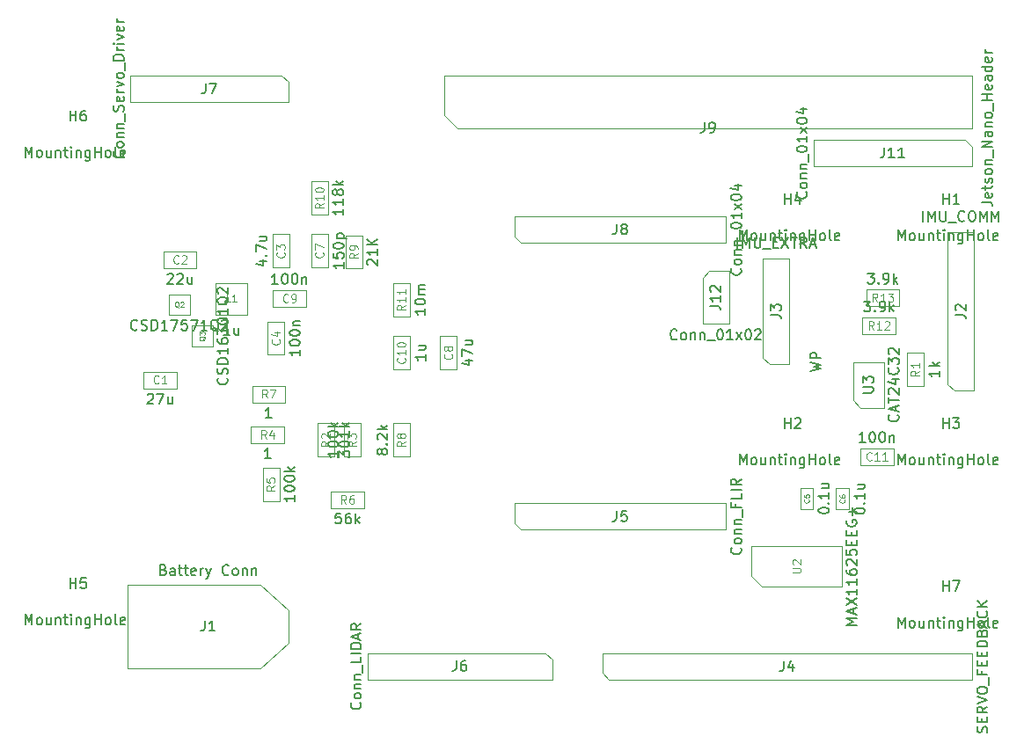
<source format=gbr>
%TF.GenerationSoftware,KiCad,Pcbnew,(5.1.9)-1*%
%TF.CreationDate,2021-02-26T10:07:18-07:00*%
%TF.ProjectId,CapstoneBoard,43617073-746f-46e6-9542-6f6172642e6b,3*%
%TF.SameCoordinates,PX4c4b400PY6bc3e40*%
%TF.FileFunction,Other,Fab,Top*%
%FSLAX46Y46*%
G04 Gerber Fmt 4.6, Leading zero omitted, Abs format (unit mm)*
G04 Created by KiCad (PCBNEW (5.1.9)-1) date 2021-02-26 10:07:18*
%MOMM*%
%LPD*%
G01*
G04 APERTURE LIST*
%ADD10C,0.100000*%
%ADD11C,0.120000*%
%ADD12C,0.150000*%
%ADD13C,0.080000*%
%ADD14C,0.075000*%
%ADD15C,0.105000*%
G04 APERTURE END LIST*
D10*
%TO.C,J3*%
X73760000Y31125000D02*
X71855000Y31125000D01*
X71855000Y31125000D02*
X71220000Y31760000D01*
X71220000Y31760000D02*
X71220000Y41285000D01*
X71220000Y41285000D02*
X73760000Y41285000D01*
X73760000Y41285000D02*
X73760000Y31125000D01*
%TO.C,J2*%
X91540000Y28585000D02*
X89635000Y28585000D01*
X89635000Y28585000D02*
X89000000Y29220000D01*
X89000000Y29220000D02*
X89000000Y43825000D01*
X89000000Y43825000D02*
X91540000Y43825000D01*
X91540000Y43825000D02*
X91540000Y28585000D01*
%TO.C,J11*%
X91313000Y52070000D02*
X91313000Y50165000D01*
X91313000Y50165000D02*
X76073000Y50165000D01*
X76073000Y50165000D02*
X76073000Y52705000D01*
X76073000Y52705000D02*
X90678000Y52705000D01*
X90678000Y52705000D02*
X91313000Y52070000D01*
%TO.C,J12*%
X66040000Y40068500D02*
X67945000Y40068500D01*
X67945000Y40068500D02*
X67945000Y34988500D01*
X67945000Y34988500D02*
X65405000Y34988500D01*
X65405000Y34988500D02*
X65405000Y39433500D01*
X65405000Y39433500D02*
X66040000Y40068500D01*
%TO.C,U3*%
X80631600Y26933800D02*
X79881600Y27683800D01*
X82881600Y26933800D02*
X80631600Y26933800D01*
X82881600Y31333800D02*
X82881600Y26933800D01*
X79881600Y31333800D02*
X82881600Y31333800D01*
X79881600Y27683800D02*
X79881600Y31333800D01*
%TO.C,R13*%
X81150000Y38300000D02*
X84350000Y38300000D01*
X81150000Y36700000D02*
X81150000Y38300000D01*
X84350000Y36700000D02*
X81150000Y36700000D01*
X84350000Y38300000D02*
X84350000Y36700000D01*
%TO.C,R12*%
X80797000Y35598000D02*
X83997000Y35598000D01*
X80797000Y33998000D02*
X80797000Y35598000D01*
X83997000Y33998000D02*
X80797000Y33998000D01*
X83997000Y35598000D02*
X83997000Y33998000D01*
%TO.C,R1*%
X86702800Y32207000D02*
X86702800Y29007000D01*
X85102800Y32207000D02*
X86702800Y32207000D01*
X85102800Y29007000D02*
X85102800Y32207000D01*
X86702800Y29007000D02*
X85102800Y29007000D01*
%TO.C,C11*%
X80600000Y23000000D02*
X83800000Y23000000D01*
X80600000Y21400000D02*
X80600000Y23000000D01*
X83800000Y21400000D02*
X80600000Y21400000D01*
X83800000Y23000000D02*
X83800000Y21400000D01*
%TO.C,J5*%
X47307500Y15811500D02*
X47307500Y17716500D01*
X47307500Y17716500D02*
X67627500Y17716500D01*
X67627500Y17716500D02*
X67627500Y15176500D01*
X67627500Y15176500D02*
X47942500Y15176500D01*
X47942500Y15176500D02*
X47307500Y15811500D01*
%TO.C,U2*%
X70135500Y10704000D02*
X70135500Y13604000D01*
X70135500Y13604000D02*
X78835500Y13604000D01*
X78835500Y13604000D02*
X78835500Y9704000D01*
X78835500Y9704000D02*
X71135500Y9704000D01*
X71135500Y9704000D02*
X70135500Y10704000D01*
%TO.C,J8*%
X47307500Y43434000D02*
X47307500Y45339000D01*
X47307500Y45339000D02*
X67627500Y45339000D01*
X67627500Y45339000D02*
X67627500Y42799000D01*
X67627500Y42799000D02*
X47942500Y42799000D01*
X47942500Y42799000D02*
X47307500Y43434000D01*
%TO.C,Q2*%
X14053000Y37828000D02*
X16053000Y37828000D01*
X16053000Y37828000D02*
X16053000Y35828000D01*
X14053000Y35828000D02*
X16053000Y35828000D01*
X14053000Y37828000D02*
X14053000Y35828000D01*
%TO.C,R11*%
X37253000Y38928000D02*
X37253000Y35728000D01*
X35653000Y38928000D02*
X37253000Y38928000D01*
X35653000Y35728000D02*
X35653000Y38928000D01*
X37253000Y35728000D02*
X35653000Y35728000D01*
%TO.C,R10*%
X29353000Y48728000D02*
X29353000Y45528000D01*
X27753000Y48728000D02*
X29353000Y48728000D01*
X27753000Y45528000D02*
X27753000Y48728000D01*
X29353000Y45528000D02*
X27753000Y45528000D01*
%TO.C,R9*%
X32653000Y43528000D02*
X32653000Y40328000D01*
X31053000Y43528000D02*
X32653000Y43528000D01*
X31053000Y40328000D02*
X31053000Y43528000D01*
X32653000Y40328000D02*
X31053000Y40328000D01*
%TO.C,R8*%
X35653000Y22228000D02*
X35653000Y25428000D01*
X37253000Y22228000D02*
X35653000Y22228000D01*
X37253000Y25428000D02*
X37253000Y22228000D01*
X35653000Y25428000D02*
X37253000Y25428000D01*
%TO.C,R7*%
X25253000Y27428000D02*
X22053000Y27428000D01*
X25253000Y29028000D02*
X25253000Y27428000D01*
X22053000Y29028000D02*
X25253000Y29028000D01*
X22053000Y27428000D02*
X22053000Y29028000D01*
%TO.C,R6*%
X32842000Y17234000D02*
X29642000Y17234000D01*
X32842000Y18834000D02*
X32842000Y17234000D01*
X29642000Y18834000D02*
X32842000Y18834000D01*
X29642000Y17234000D02*
X29642000Y18834000D01*
%TO.C,R5*%
X24676000Y21158000D02*
X24676000Y17958000D01*
X23076000Y21158000D02*
X24676000Y21158000D01*
X23076000Y17958000D02*
X23076000Y21158000D01*
X24676000Y17958000D02*
X23076000Y17958000D01*
%TO.C,R4*%
X25153000Y23528000D02*
X21953000Y23528000D01*
X25153000Y25128000D02*
X25153000Y23528000D01*
X21953000Y25128000D02*
X25153000Y25128000D01*
X21953000Y23528000D02*
X21953000Y25128000D01*
%TO.C,R3*%
X30900000Y22228000D02*
X30900000Y25428000D01*
X32500000Y22228000D02*
X30900000Y22228000D01*
X32500000Y25428000D02*
X32500000Y22228000D01*
X30900000Y25428000D02*
X32500000Y25428000D01*
%TO.C,R2*%
X29953000Y25428000D02*
X29953000Y22228000D01*
X28353000Y25428000D02*
X29953000Y25428000D01*
X28353000Y22228000D02*
X28353000Y25428000D01*
X29953000Y22228000D02*
X28353000Y22228000D01*
%TO.C,Q3*%
X16253000Y32828000D02*
X18253000Y32828000D01*
X18253000Y32828000D02*
X18253000Y34828000D01*
X16253000Y34828000D02*
X18253000Y34828000D01*
X16253000Y32828000D02*
X16253000Y34828000D01*
%TO.C,L1*%
X18529000Y38952000D02*
X18529000Y35904000D01*
X18529000Y35904000D02*
X21577000Y35904000D01*
X21577000Y35904000D02*
X21577000Y38952000D01*
X21577000Y38952000D02*
X18529000Y38952000D01*
%TO.C,C10*%
X37253000Y33828000D02*
X37253000Y30628000D01*
X35653000Y33828000D02*
X37253000Y33828000D01*
X35653000Y30628000D02*
X35653000Y33828000D01*
X37253000Y30628000D02*
X35653000Y30628000D01*
%TO.C,C9*%
X24053000Y38228000D02*
X27253000Y38228000D01*
X24053000Y36628000D02*
X24053000Y38228000D01*
X27253000Y36628000D02*
X24053000Y36628000D01*
X27253000Y38228000D02*
X27253000Y36628000D01*
%TO.C,C8*%
X41753000Y33828000D02*
X41753000Y30628000D01*
X40153000Y33828000D02*
X41753000Y33828000D01*
X40153000Y30628000D02*
X40153000Y33828000D01*
X41753000Y30628000D02*
X40153000Y30628000D01*
%TO.C,C7*%
X29353000Y43628000D02*
X29353000Y40428000D01*
X27753000Y43628000D02*
X29353000Y43628000D01*
X27753000Y40428000D02*
X27753000Y43628000D01*
X29353000Y40428000D02*
X27753000Y40428000D01*
%TO.C,C4*%
X25153000Y35228000D02*
X25153000Y32028000D01*
X23553000Y35228000D02*
X25153000Y35228000D01*
X23553000Y32028000D02*
X23553000Y35228000D01*
X25153000Y32028000D02*
X23553000Y32028000D01*
%TO.C,C3*%
X24053000Y40428000D02*
X24053000Y43628000D01*
X25653000Y40428000D02*
X24053000Y40428000D01*
X25653000Y43628000D02*
X25653000Y40428000D01*
X24053000Y43628000D02*
X25653000Y43628000D01*
%TO.C,C2*%
X16713000Y40348000D02*
X13513000Y40348000D01*
X16713000Y41948000D02*
X16713000Y40348000D01*
X13513000Y41948000D02*
X16713000Y41948000D01*
X13513000Y40348000D02*
X13513000Y41948000D01*
%TO.C,C1*%
X14808000Y28791000D02*
X11608000Y28791000D01*
X14808000Y30391000D02*
X14808000Y28791000D01*
X11608000Y30391000D02*
X14808000Y30391000D01*
X11608000Y28791000D02*
X11608000Y30391000D01*
%TO.C,J4*%
X56388000Y732000D02*
X55753000Y1367000D01*
X91313000Y732000D02*
X56388000Y732000D01*
X91313000Y3272000D02*
X91313000Y732000D01*
X55753000Y3272000D02*
X91313000Y3272000D01*
X55753000Y1367000D02*
X55753000Y3272000D01*
D11*
%TO.C,J1*%
X10074000Y9892000D02*
X10074000Y1792000D01*
X22824000Y9892000D02*
X10074000Y9892000D01*
X25574000Y7392000D02*
X22824000Y9892000D01*
X25574000Y4292000D02*
X25574000Y7392000D01*
X22824000Y1792000D02*
X25574000Y4292000D01*
X10074000Y1792000D02*
X22824000Y1792000D01*
D10*
%TO.C,C5*%
X76063000Y17182500D02*
X74813000Y17182500D01*
X74813000Y17182500D02*
X74813000Y19182500D01*
X74813000Y19182500D02*
X76063000Y19182500D01*
X76063000Y19182500D02*
X76063000Y17182500D01*
%TO.C,C6*%
X79492000Y19161000D02*
X79492000Y17161000D01*
X78242000Y19161000D02*
X79492000Y19161000D01*
X78242000Y17161000D02*
X78242000Y19161000D01*
X79492000Y17161000D02*
X78242000Y17161000D01*
%TO.C,J6*%
X50292000Y3302000D02*
X50927000Y2667000D01*
X33147000Y3302000D02*
X50292000Y3302000D01*
X33147000Y762000D02*
X33147000Y3302000D01*
X50927000Y762000D02*
X33147000Y762000D01*
X50927000Y2667000D02*
X50927000Y762000D01*
%TO.C,J7*%
X25537000Y58263000D02*
X25537000Y56358000D01*
X25537000Y56358000D02*
X10297000Y56358000D01*
X10297000Y56358000D02*
X10297000Y58898000D01*
X10297000Y58898000D02*
X24902000Y58898000D01*
X24902000Y58898000D02*
X25537000Y58263000D01*
%TO.C,J9*%
X40523000Y55118000D02*
X40523000Y58928000D01*
X40523000Y58928000D02*
X91323000Y58928000D01*
X91323000Y58928000D02*
X91323000Y53848000D01*
X91323000Y53848000D02*
X41793000Y53848000D01*
X41793000Y53848000D02*
X40523000Y55118000D01*
%TD*%
%TO.C,J3*%
D12*
X68775714Y42332620D02*
X68775714Y43332620D01*
X69251904Y42332620D02*
X69251904Y43332620D01*
X69585238Y42618334D01*
X69918571Y43332620D01*
X69918571Y42332620D01*
X70394761Y43332620D02*
X70394761Y42523096D01*
X70442380Y42427858D01*
X70490000Y42380239D01*
X70585238Y42332620D01*
X70775714Y42332620D01*
X70870952Y42380239D01*
X70918571Y42427858D01*
X70966190Y42523096D01*
X70966190Y43332620D01*
X71204285Y42237381D02*
X71966190Y42237381D01*
X72204285Y42856429D02*
X72537619Y42856429D01*
X72680476Y42332620D02*
X72204285Y42332620D01*
X72204285Y43332620D01*
X72680476Y43332620D01*
X73013809Y43332620D02*
X73680476Y42332620D01*
X73680476Y43332620D02*
X73013809Y42332620D01*
X73918571Y43332620D02*
X74490000Y43332620D01*
X74204285Y42332620D02*
X74204285Y43332620D01*
X75394761Y42332620D02*
X75061428Y42808810D01*
X74823333Y42332620D02*
X74823333Y43332620D01*
X75204285Y43332620D01*
X75299523Y43285000D01*
X75347142Y43237381D01*
X75394761Y43142143D01*
X75394761Y42999286D01*
X75347142Y42904048D01*
X75299523Y42856429D01*
X75204285Y42808810D01*
X74823333Y42808810D01*
X75775714Y42618334D02*
X76251904Y42618334D01*
X75680476Y42332620D02*
X76013809Y43332620D01*
X76347142Y42332620D01*
X71942380Y35871667D02*
X72656666Y35871667D01*
X72799523Y35824048D01*
X72894761Y35728810D01*
X72942380Y35585953D01*
X72942380Y35490715D01*
X71942380Y36252620D02*
X71942380Y36871667D01*
X72323333Y36538334D01*
X72323333Y36681191D01*
X72370952Y36776429D01*
X72418571Y36824048D01*
X72513809Y36871667D01*
X72751904Y36871667D01*
X72847142Y36824048D01*
X72894761Y36776429D01*
X72942380Y36681191D01*
X72942380Y36395477D01*
X72894761Y36300239D01*
X72847142Y36252620D01*
%TO.C,J2*%
X86627142Y44872620D02*
X86627142Y45872620D01*
X87103333Y44872620D02*
X87103333Y45872620D01*
X87436666Y45158334D01*
X87770000Y45872620D01*
X87770000Y44872620D01*
X88246190Y45872620D02*
X88246190Y45063096D01*
X88293809Y44967858D01*
X88341428Y44920239D01*
X88436666Y44872620D01*
X88627142Y44872620D01*
X88722380Y44920239D01*
X88770000Y44967858D01*
X88817619Y45063096D01*
X88817619Y45872620D01*
X89055714Y44777381D02*
X89817619Y44777381D01*
X90627142Y44967858D02*
X90579523Y44920239D01*
X90436666Y44872620D01*
X90341428Y44872620D01*
X90198571Y44920239D01*
X90103333Y45015477D01*
X90055714Y45110715D01*
X90008095Y45301191D01*
X90008095Y45444048D01*
X90055714Y45634524D01*
X90103333Y45729762D01*
X90198571Y45825000D01*
X90341428Y45872620D01*
X90436666Y45872620D01*
X90579523Y45825000D01*
X90627142Y45777381D01*
X91246190Y45872620D02*
X91436666Y45872620D01*
X91531904Y45825000D01*
X91627142Y45729762D01*
X91674761Y45539286D01*
X91674761Y45205953D01*
X91627142Y45015477D01*
X91531904Y44920239D01*
X91436666Y44872620D01*
X91246190Y44872620D01*
X91150952Y44920239D01*
X91055714Y45015477D01*
X91008095Y45205953D01*
X91008095Y45539286D01*
X91055714Y45729762D01*
X91150952Y45825000D01*
X91246190Y45872620D01*
X92103333Y44872620D02*
X92103333Y45872620D01*
X92436666Y45158334D01*
X92770000Y45872620D01*
X92770000Y44872620D01*
X93246190Y44872620D02*
X93246190Y45872620D01*
X93579523Y45158334D01*
X93912857Y45872620D01*
X93912857Y44872620D01*
X89722380Y35871667D02*
X90436666Y35871667D01*
X90579523Y35824048D01*
X90674761Y35728810D01*
X90722380Y35585953D01*
X90722380Y35490715D01*
X89817619Y36300239D02*
X89770000Y36347858D01*
X89722380Y36443096D01*
X89722380Y36681191D01*
X89770000Y36776429D01*
X89817619Y36824048D01*
X89912857Y36871667D01*
X90008095Y36871667D01*
X90150952Y36824048D01*
X90722380Y36252620D01*
X90722380Y36871667D01*
%TO.C,J11*%
X75370142Y47696905D02*
X75417761Y47649286D01*
X75465380Y47506429D01*
X75465380Y47411191D01*
X75417761Y47268334D01*
X75322523Y47173096D01*
X75227285Y47125477D01*
X75036809Y47077858D01*
X74893952Y47077858D01*
X74703476Y47125477D01*
X74608238Y47173096D01*
X74513000Y47268334D01*
X74465380Y47411191D01*
X74465380Y47506429D01*
X74513000Y47649286D01*
X74560619Y47696905D01*
X75465380Y48268334D02*
X75417761Y48173096D01*
X75370142Y48125477D01*
X75274904Y48077858D01*
X74989190Y48077858D01*
X74893952Y48125477D01*
X74846333Y48173096D01*
X74798714Y48268334D01*
X74798714Y48411191D01*
X74846333Y48506429D01*
X74893952Y48554048D01*
X74989190Y48601667D01*
X75274904Y48601667D01*
X75370142Y48554048D01*
X75417761Y48506429D01*
X75465380Y48411191D01*
X75465380Y48268334D01*
X74798714Y49030239D02*
X75465380Y49030239D01*
X74893952Y49030239D02*
X74846333Y49077858D01*
X74798714Y49173096D01*
X74798714Y49315953D01*
X74846333Y49411191D01*
X74941571Y49458810D01*
X75465380Y49458810D01*
X74798714Y49935000D02*
X75465380Y49935000D01*
X74893952Y49935000D02*
X74846333Y49982620D01*
X74798714Y50077858D01*
X74798714Y50220715D01*
X74846333Y50315953D01*
X74941571Y50363572D01*
X75465380Y50363572D01*
X75560619Y50601667D02*
X75560619Y51363572D01*
X74465380Y51792143D02*
X74465380Y51887381D01*
X74513000Y51982620D01*
X74560619Y52030239D01*
X74655857Y52077858D01*
X74846333Y52125477D01*
X75084428Y52125477D01*
X75274904Y52077858D01*
X75370142Y52030239D01*
X75417761Y51982620D01*
X75465380Y51887381D01*
X75465380Y51792143D01*
X75417761Y51696905D01*
X75370142Y51649286D01*
X75274904Y51601667D01*
X75084428Y51554048D01*
X74846333Y51554048D01*
X74655857Y51601667D01*
X74560619Y51649286D01*
X74513000Y51696905D01*
X74465380Y51792143D01*
X75465380Y53077858D02*
X75465380Y52506429D01*
X75465380Y52792143D02*
X74465380Y52792143D01*
X74608238Y52696905D01*
X74703476Y52601667D01*
X74751095Y52506429D01*
X75465380Y53411191D02*
X74798714Y53935000D01*
X74798714Y53411191D02*
X75465380Y53935000D01*
X74465380Y54506429D02*
X74465380Y54601667D01*
X74513000Y54696905D01*
X74560619Y54744524D01*
X74655857Y54792143D01*
X74846333Y54839762D01*
X75084428Y54839762D01*
X75274904Y54792143D01*
X75370142Y54744524D01*
X75417761Y54696905D01*
X75465380Y54601667D01*
X75465380Y54506429D01*
X75417761Y54411191D01*
X75370142Y54363572D01*
X75274904Y54315953D01*
X75084428Y54268334D01*
X74846333Y54268334D01*
X74655857Y54315953D01*
X74560619Y54363572D01*
X74513000Y54411191D01*
X74465380Y54506429D01*
X74798714Y55696905D02*
X75465380Y55696905D01*
X74417761Y55458810D02*
X75132047Y55220715D01*
X75132047Y55839762D01*
X82883476Y51982620D02*
X82883476Y51268334D01*
X82835857Y51125477D01*
X82740619Y51030239D01*
X82597761Y50982620D01*
X82502523Y50982620D01*
X83883476Y50982620D02*
X83312047Y50982620D01*
X83597761Y50982620D02*
X83597761Y51982620D01*
X83502523Y51839762D01*
X83407285Y51744524D01*
X83312047Y51696905D01*
X84835857Y50982620D02*
X84264428Y50982620D01*
X84550142Y50982620D02*
X84550142Y51982620D01*
X84454904Y51839762D01*
X84359666Y51744524D01*
X84264428Y51696905D01*
%TO.C,J12*%
X62936904Y33571358D02*
X62889285Y33523739D01*
X62746428Y33476120D01*
X62651190Y33476120D01*
X62508333Y33523739D01*
X62413095Y33618977D01*
X62365476Y33714215D01*
X62317857Y33904691D01*
X62317857Y34047548D01*
X62365476Y34238024D01*
X62413095Y34333262D01*
X62508333Y34428500D01*
X62651190Y34476120D01*
X62746428Y34476120D01*
X62889285Y34428500D01*
X62936904Y34380881D01*
X63508333Y33476120D02*
X63413095Y33523739D01*
X63365476Y33571358D01*
X63317857Y33666596D01*
X63317857Y33952310D01*
X63365476Y34047548D01*
X63413095Y34095167D01*
X63508333Y34142786D01*
X63651190Y34142786D01*
X63746428Y34095167D01*
X63794047Y34047548D01*
X63841666Y33952310D01*
X63841666Y33666596D01*
X63794047Y33571358D01*
X63746428Y33523739D01*
X63651190Y33476120D01*
X63508333Y33476120D01*
X64270238Y34142786D02*
X64270238Y33476120D01*
X64270238Y34047548D02*
X64317857Y34095167D01*
X64413095Y34142786D01*
X64555952Y34142786D01*
X64651190Y34095167D01*
X64698809Y33999929D01*
X64698809Y33476120D01*
X65175000Y34142786D02*
X65175000Y33476120D01*
X65175000Y34047548D02*
X65222619Y34095167D01*
X65317857Y34142786D01*
X65460714Y34142786D01*
X65555952Y34095167D01*
X65603571Y33999929D01*
X65603571Y33476120D01*
X65841666Y33380881D02*
X66603571Y33380881D01*
X67032142Y34476120D02*
X67127380Y34476120D01*
X67222619Y34428500D01*
X67270238Y34380881D01*
X67317857Y34285643D01*
X67365476Y34095167D01*
X67365476Y33857072D01*
X67317857Y33666596D01*
X67270238Y33571358D01*
X67222619Y33523739D01*
X67127380Y33476120D01*
X67032142Y33476120D01*
X66936904Y33523739D01*
X66889285Y33571358D01*
X66841666Y33666596D01*
X66794047Y33857072D01*
X66794047Y34095167D01*
X66841666Y34285643D01*
X66889285Y34380881D01*
X66936904Y34428500D01*
X67032142Y34476120D01*
X68317857Y33476120D02*
X67746428Y33476120D01*
X68032142Y33476120D02*
X68032142Y34476120D01*
X67936904Y34333262D01*
X67841666Y34238024D01*
X67746428Y34190405D01*
X68651190Y33476120D02*
X69175000Y34142786D01*
X68651190Y34142786D02*
X69175000Y33476120D01*
X69746428Y34476120D02*
X69841666Y34476120D01*
X69936904Y34428500D01*
X69984523Y34380881D01*
X70032142Y34285643D01*
X70079761Y34095167D01*
X70079761Y33857072D01*
X70032142Y33666596D01*
X69984523Y33571358D01*
X69936904Y33523739D01*
X69841666Y33476120D01*
X69746428Y33476120D01*
X69651190Y33523739D01*
X69603571Y33571358D01*
X69555952Y33666596D01*
X69508333Y33857072D01*
X69508333Y34095167D01*
X69555952Y34285643D01*
X69603571Y34380881D01*
X69651190Y34428500D01*
X69746428Y34476120D01*
X70460714Y34380881D02*
X70508333Y34428500D01*
X70603571Y34476120D01*
X70841666Y34476120D01*
X70936904Y34428500D01*
X70984523Y34380881D01*
X71032142Y34285643D01*
X71032142Y34190405D01*
X70984523Y34047548D01*
X70413095Y33476120D01*
X71032142Y33476120D01*
X66127380Y36718977D02*
X66841666Y36718977D01*
X66984523Y36671358D01*
X67079761Y36576120D01*
X67127380Y36433262D01*
X67127380Y36338024D01*
X67127380Y37718977D02*
X67127380Y37147548D01*
X67127380Y37433262D02*
X66127380Y37433262D01*
X66270238Y37338024D01*
X66365476Y37242786D01*
X66413095Y37147548D01*
X66222619Y38099929D02*
X66175000Y38147548D01*
X66127380Y38242786D01*
X66127380Y38480881D01*
X66175000Y38576120D01*
X66222619Y38623739D01*
X66317857Y38671358D01*
X66413095Y38671358D01*
X66555952Y38623739D01*
X67127380Y38052310D01*
X67127380Y38671358D01*
%TO.C,U3*%
X84188742Y26229039D02*
X84236361Y26181420D01*
X84283980Y26038562D01*
X84283980Y25943324D01*
X84236361Y25800467D01*
X84141123Y25705229D01*
X84045885Y25657610D01*
X83855409Y25609991D01*
X83712552Y25609991D01*
X83522076Y25657610D01*
X83426838Y25705229D01*
X83331600Y25800467D01*
X83283980Y25943324D01*
X83283980Y26038562D01*
X83331600Y26181420D01*
X83379219Y26229039D01*
X83998266Y26609991D02*
X83998266Y27086181D01*
X84283980Y26514753D02*
X83283980Y26848086D01*
X84283980Y27181420D01*
X83283980Y27371896D02*
X83283980Y27943324D01*
X84283980Y27657610D02*
X83283980Y27657610D01*
X83379219Y28229039D02*
X83331600Y28276658D01*
X83283980Y28371896D01*
X83283980Y28609991D01*
X83331600Y28705229D01*
X83379219Y28752848D01*
X83474457Y28800467D01*
X83569695Y28800467D01*
X83712552Y28752848D01*
X84283980Y28181420D01*
X84283980Y28800467D01*
X83617314Y29657610D02*
X84283980Y29657610D01*
X83236361Y29419515D02*
X83950647Y29181420D01*
X83950647Y29800467D01*
X84188742Y30752848D02*
X84236361Y30705229D01*
X84283980Y30562372D01*
X84283980Y30467134D01*
X84236361Y30324277D01*
X84141123Y30229039D01*
X84045885Y30181420D01*
X83855409Y30133800D01*
X83712552Y30133800D01*
X83522076Y30181420D01*
X83426838Y30229039D01*
X83331600Y30324277D01*
X83283980Y30467134D01*
X83283980Y30562372D01*
X83331600Y30705229D01*
X83379219Y30752848D01*
X83283980Y31086181D02*
X83283980Y31705229D01*
X83664933Y31371896D01*
X83664933Y31514753D01*
X83712552Y31609991D01*
X83760171Y31657610D01*
X83855409Y31705229D01*
X84093504Y31705229D01*
X84188742Y31657610D01*
X84236361Y31609991D01*
X84283980Y31514753D01*
X84283980Y31229039D01*
X84236361Y31133800D01*
X84188742Y31086181D01*
X83379219Y32086181D02*
X83331600Y32133800D01*
X83283980Y32229039D01*
X83283980Y32467134D01*
X83331600Y32562372D01*
X83379219Y32609991D01*
X83474457Y32657610D01*
X83569695Y32657610D01*
X83712552Y32609991D01*
X84283980Y32038562D01*
X84283980Y32657610D01*
X80833980Y28371896D02*
X81643504Y28371896D01*
X81738742Y28419515D01*
X81786361Y28467134D01*
X81833980Y28562372D01*
X81833980Y28752848D01*
X81786361Y28848086D01*
X81738742Y28895705D01*
X81643504Y28943324D01*
X80833980Y28943324D01*
X80833980Y29324277D02*
X80833980Y29943324D01*
X81214933Y29609991D01*
X81214933Y29752848D01*
X81262552Y29848086D01*
X81310171Y29895705D01*
X81405409Y29943324D01*
X81643504Y29943324D01*
X81738742Y29895705D01*
X81786361Y29848086D01*
X81833980Y29752848D01*
X81833980Y29467134D01*
X81786361Y29371896D01*
X81738742Y29324277D01*
%TO.C,R13*%
X81297619Y39867620D02*
X81916666Y39867620D01*
X81583333Y39486667D01*
X81726190Y39486667D01*
X81821428Y39439048D01*
X81869047Y39391429D01*
X81916666Y39296191D01*
X81916666Y39058096D01*
X81869047Y38962858D01*
X81821428Y38915239D01*
X81726190Y38867620D01*
X81440476Y38867620D01*
X81345238Y38915239D01*
X81297619Y38962858D01*
X82345238Y38962858D02*
X82392857Y38915239D01*
X82345238Y38867620D01*
X82297619Y38915239D01*
X82345238Y38962858D01*
X82345238Y38867620D01*
X82869047Y38867620D02*
X83059523Y38867620D01*
X83154761Y38915239D01*
X83202380Y38962858D01*
X83297619Y39105715D01*
X83345238Y39296191D01*
X83345238Y39677143D01*
X83297619Y39772381D01*
X83250000Y39820000D01*
X83154761Y39867620D01*
X82964285Y39867620D01*
X82869047Y39820000D01*
X82821428Y39772381D01*
X82773809Y39677143D01*
X82773809Y39439048D01*
X82821428Y39343810D01*
X82869047Y39296191D01*
X82964285Y39248572D01*
X83154761Y39248572D01*
X83250000Y39296191D01*
X83297619Y39343810D01*
X83345238Y39439048D01*
X83773809Y38867620D02*
X83773809Y39867620D01*
X83869047Y39248572D02*
X84154761Y38867620D01*
X84154761Y39534286D02*
X83773809Y39153334D01*
D11*
X82235714Y37138096D02*
X81969047Y37519048D01*
X81778571Y37138096D02*
X81778571Y37938096D01*
X82083333Y37938096D01*
X82159523Y37900000D01*
X82197619Y37861905D01*
X82235714Y37785715D01*
X82235714Y37671429D01*
X82197619Y37595239D01*
X82159523Y37557143D01*
X82083333Y37519048D01*
X81778571Y37519048D01*
X82997619Y37138096D02*
X82540476Y37138096D01*
X82769047Y37138096D02*
X82769047Y37938096D01*
X82692857Y37823810D01*
X82616666Y37747620D01*
X82540476Y37709524D01*
X83264285Y37938096D02*
X83759523Y37938096D01*
X83492857Y37633334D01*
X83607142Y37633334D01*
X83683333Y37595239D01*
X83721428Y37557143D01*
X83759523Y37480953D01*
X83759523Y37290477D01*
X83721428Y37214286D01*
X83683333Y37176191D01*
X83607142Y37138096D01*
X83378571Y37138096D01*
X83302380Y37176191D01*
X83264285Y37214286D01*
%TO.C,R12*%
D12*
X80944619Y37165620D02*
X81563666Y37165620D01*
X81230333Y36784667D01*
X81373190Y36784667D01*
X81468428Y36737048D01*
X81516047Y36689429D01*
X81563666Y36594191D01*
X81563666Y36356096D01*
X81516047Y36260858D01*
X81468428Y36213239D01*
X81373190Y36165620D01*
X81087476Y36165620D01*
X80992238Y36213239D01*
X80944619Y36260858D01*
X81992238Y36260858D02*
X82039857Y36213239D01*
X81992238Y36165620D01*
X81944619Y36213239D01*
X81992238Y36260858D01*
X81992238Y36165620D01*
X82516047Y36165620D02*
X82706523Y36165620D01*
X82801761Y36213239D01*
X82849380Y36260858D01*
X82944619Y36403715D01*
X82992238Y36594191D01*
X82992238Y36975143D01*
X82944619Y37070381D01*
X82897000Y37118000D01*
X82801761Y37165620D01*
X82611285Y37165620D01*
X82516047Y37118000D01*
X82468428Y37070381D01*
X82420809Y36975143D01*
X82420809Y36737048D01*
X82468428Y36641810D01*
X82516047Y36594191D01*
X82611285Y36546572D01*
X82801761Y36546572D01*
X82897000Y36594191D01*
X82944619Y36641810D01*
X82992238Y36737048D01*
X83420809Y36165620D02*
X83420809Y37165620D01*
X83516047Y36546572D02*
X83801761Y36165620D01*
X83801761Y36832286D02*
X83420809Y36451334D01*
D11*
X81882714Y34436096D02*
X81616047Y34817048D01*
X81425571Y34436096D02*
X81425571Y35236096D01*
X81730333Y35236096D01*
X81806523Y35198000D01*
X81844619Y35159905D01*
X81882714Y35083715D01*
X81882714Y34969429D01*
X81844619Y34893239D01*
X81806523Y34855143D01*
X81730333Y34817048D01*
X81425571Y34817048D01*
X82644619Y34436096D02*
X82187476Y34436096D01*
X82416047Y34436096D02*
X82416047Y35236096D01*
X82339857Y35121810D01*
X82263666Y35045620D01*
X82187476Y35007524D01*
X82949380Y35159905D02*
X82987476Y35198000D01*
X83063666Y35236096D01*
X83254142Y35236096D01*
X83330333Y35198000D01*
X83368428Y35159905D01*
X83406523Y35083715D01*
X83406523Y35007524D01*
X83368428Y34893239D01*
X82911285Y34436096D01*
X83406523Y34436096D01*
%TO.C,R1*%
D12*
X88175180Y30487953D02*
X88175180Y29916524D01*
X88175180Y30202239D02*
X87175180Y30202239D01*
X87318038Y30107000D01*
X87413276Y30011762D01*
X87460895Y29916524D01*
X88175180Y30916524D02*
X87175180Y30916524D01*
X87794228Y31011762D02*
X88175180Y31297477D01*
X87508514Y31297477D02*
X87889466Y30916524D01*
D11*
X86264704Y30473667D02*
X85883752Y30207000D01*
X86264704Y30016524D02*
X85464704Y30016524D01*
X85464704Y30321286D01*
X85502800Y30397477D01*
X85540895Y30435572D01*
X85617085Y30473667D01*
X85731371Y30473667D01*
X85807561Y30435572D01*
X85845657Y30397477D01*
X85883752Y30321286D01*
X85883752Y30016524D01*
X86264704Y31235572D02*
X86264704Y30778429D01*
X86264704Y31007000D02*
X85464704Y31007000D01*
X85578990Y30930810D01*
X85655180Y30854620D01*
X85693276Y30778429D01*
%TO.C,JP1*%
D12*
X75802380Y30440429D02*
X76802380Y30678524D01*
X76088095Y30869000D01*
X76802380Y31059477D01*
X75802380Y31297572D01*
X76802380Y31678524D02*
X75802380Y31678524D01*
X75802380Y32059477D01*
X75850000Y32154715D01*
X75897619Y32202334D01*
X75992857Y32249953D01*
X76135714Y32249953D01*
X76230952Y32202334D01*
X76278571Y32154715D01*
X76326190Y32059477D01*
X76326190Y31678524D01*
%TO.C,C11*%
X81080952Y23597620D02*
X80509523Y23597620D01*
X80795238Y23597620D02*
X80795238Y24597620D01*
X80700000Y24454762D01*
X80604761Y24359524D01*
X80509523Y24311905D01*
X81700000Y24597620D02*
X81795238Y24597620D01*
X81890476Y24550000D01*
X81938095Y24502381D01*
X81985714Y24407143D01*
X82033333Y24216667D01*
X82033333Y23978572D01*
X81985714Y23788096D01*
X81938095Y23692858D01*
X81890476Y23645239D01*
X81795238Y23597620D01*
X81700000Y23597620D01*
X81604761Y23645239D01*
X81557142Y23692858D01*
X81509523Y23788096D01*
X81461904Y23978572D01*
X81461904Y24216667D01*
X81509523Y24407143D01*
X81557142Y24502381D01*
X81604761Y24550000D01*
X81700000Y24597620D01*
X82652380Y24597620D02*
X82747619Y24597620D01*
X82842857Y24550000D01*
X82890476Y24502381D01*
X82938095Y24407143D01*
X82985714Y24216667D01*
X82985714Y23978572D01*
X82938095Y23788096D01*
X82890476Y23692858D01*
X82842857Y23645239D01*
X82747619Y23597620D01*
X82652380Y23597620D01*
X82557142Y23645239D01*
X82509523Y23692858D01*
X82461904Y23788096D01*
X82414285Y23978572D01*
X82414285Y24216667D01*
X82461904Y24407143D01*
X82509523Y24502381D01*
X82557142Y24550000D01*
X82652380Y24597620D01*
X83414285Y24264286D02*
X83414285Y23597620D01*
X83414285Y24169048D02*
X83461904Y24216667D01*
X83557142Y24264286D01*
X83700000Y24264286D01*
X83795238Y24216667D01*
X83842857Y24121429D01*
X83842857Y23597620D01*
D11*
X81685714Y21914286D02*
X81647619Y21876191D01*
X81533333Y21838096D01*
X81457142Y21838096D01*
X81342857Y21876191D01*
X81266666Y21952381D01*
X81228571Y22028572D01*
X81190476Y22180953D01*
X81190476Y22295239D01*
X81228571Y22447620D01*
X81266666Y22523810D01*
X81342857Y22600000D01*
X81457142Y22638096D01*
X81533333Y22638096D01*
X81647619Y22600000D01*
X81685714Y22561905D01*
X82447619Y21838096D02*
X81990476Y21838096D01*
X82219047Y21838096D02*
X82219047Y22638096D01*
X82142857Y22523810D01*
X82066666Y22447620D01*
X81990476Y22409524D01*
X83209523Y21838096D02*
X82752380Y21838096D01*
X82980952Y21838096D02*
X82980952Y22638096D01*
X82904761Y22523810D01*
X82828571Y22447620D01*
X82752380Y22409524D01*
%TO.C,J5*%
D12*
X69044642Y13446500D02*
X69092261Y13398881D01*
X69139880Y13256024D01*
X69139880Y13160786D01*
X69092261Y13017929D01*
X68997023Y12922691D01*
X68901785Y12875072D01*
X68711309Y12827453D01*
X68568452Y12827453D01*
X68377976Y12875072D01*
X68282738Y12922691D01*
X68187500Y13017929D01*
X68139880Y13160786D01*
X68139880Y13256024D01*
X68187500Y13398881D01*
X68235119Y13446500D01*
X69139880Y14017929D02*
X69092261Y13922691D01*
X69044642Y13875072D01*
X68949404Y13827453D01*
X68663690Y13827453D01*
X68568452Y13875072D01*
X68520833Y13922691D01*
X68473214Y14017929D01*
X68473214Y14160786D01*
X68520833Y14256024D01*
X68568452Y14303643D01*
X68663690Y14351262D01*
X68949404Y14351262D01*
X69044642Y14303643D01*
X69092261Y14256024D01*
X69139880Y14160786D01*
X69139880Y14017929D01*
X68473214Y14779834D02*
X69139880Y14779834D01*
X68568452Y14779834D02*
X68520833Y14827453D01*
X68473214Y14922691D01*
X68473214Y15065548D01*
X68520833Y15160786D01*
X68616071Y15208405D01*
X69139880Y15208405D01*
X68473214Y15684596D02*
X69139880Y15684596D01*
X68568452Y15684596D02*
X68520833Y15732215D01*
X68473214Y15827453D01*
X68473214Y15970310D01*
X68520833Y16065548D01*
X68616071Y16113167D01*
X69139880Y16113167D01*
X69235119Y16351262D02*
X69235119Y17113167D01*
X68616071Y17684596D02*
X68616071Y17351262D01*
X69139880Y17351262D02*
X68139880Y17351262D01*
X68139880Y17827453D01*
X69139880Y18684596D02*
X69139880Y18208405D01*
X68139880Y18208405D01*
X69139880Y19017929D02*
X68139880Y19017929D01*
X69139880Y20065548D02*
X68663690Y19732215D01*
X69139880Y19494120D02*
X68139880Y19494120D01*
X68139880Y19875072D01*
X68187500Y19970310D01*
X68235119Y20017929D01*
X68330357Y20065548D01*
X68473214Y20065548D01*
X68568452Y20017929D01*
X68616071Y19970310D01*
X68663690Y19875072D01*
X68663690Y19494120D01*
X57134166Y16994120D02*
X57134166Y16279834D01*
X57086547Y16136977D01*
X56991309Y16041739D01*
X56848452Y15994120D01*
X56753214Y15994120D01*
X58086547Y16994120D02*
X57610357Y16994120D01*
X57562738Y16517929D01*
X57610357Y16565548D01*
X57705595Y16613167D01*
X57943690Y16613167D01*
X58038928Y16565548D01*
X58086547Y16517929D01*
X58134166Y16422691D01*
X58134166Y16184596D01*
X58086547Y16089358D01*
X58038928Y16041739D01*
X57943690Y15994120D01*
X57705595Y15994120D01*
X57610357Y16041739D01*
X57562738Y16089358D01*
%TO.C,U2*%
X80237880Y6011143D02*
X79237880Y6011143D01*
X79952166Y6344477D01*
X79237880Y6677810D01*
X80237880Y6677810D01*
X79952166Y7106381D02*
X79952166Y7582572D01*
X80237880Y7011143D02*
X79237880Y7344477D01*
X80237880Y7677810D01*
X79237880Y7915905D02*
X80237880Y8582572D01*
X79237880Y8582572D02*
X80237880Y7915905D01*
X80237880Y9487334D02*
X80237880Y8915905D01*
X80237880Y9201620D02*
X79237880Y9201620D01*
X79380738Y9106381D01*
X79475976Y9011143D01*
X79523595Y8915905D01*
X80237880Y10439715D02*
X80237880Y9868286D01*
X80237880Y10154000D02*
X79237880Y10154000D01*
X79380738Y10058762D01*
X79475976Y9963524D01*
X79523595Y9868286D01*
X79237880Y11296858D02*
X79237880Y11106381D01*
X79285500Y11011143D01*
X79333119Y10963524D01*
X79475976Y10868286D01*
X79666452Y10820667D01*
X80047404Y10820667D01*
X80142642Y10868286D01*
X80190261Y10915905D01*
X80237880Y11011143D01*
X80237880Y11201620D01*
X80190261Y11296858D01*
X80142642Y11344477D01*
X80047404Y11392096D01*
X79809309Y11392096D01*
X79714071Y11344477D01*
X79666452Y11296858D01*
X79618833Y11201620D01*
X79618833Y11011143D01*
X79666452Y10915905D01*
X79714071Y10868286D01*
X79809309Y10820667D01*
X79333119Y11773048D02*
X79285500Y11820667D01*
X79237880Y11915905D01*
X79237880Y12154000D01*
X79285500Y12249239D01*
X79333119Y12296858D01*
X79428357Y12344477D01*
X79523595Y12344477D01*
X79666452Y12296858D01*
X80237880Y11725429D01*
X80237880Y12344477D01*
X79237880Y13249239D02*
X79237880Y12773048D01*
X79714071Y12725429D01*
X79666452Y12773048D01*
X79618833Y12868286D01*
X79618833Y13106381D01*
X79666452Y13201620D01*
X79714071Y13249239D01*
X79809309Y13296858D01*
X80047404Y13296858D01*
X80142642Y13249239D01*
X80190261Y13201620D01*
X80237880Y13106381D01*
X80237880Y12868286D01*
X80190261Y12773048D01*
X80142642Y12725429D01*
X79714071Y13725429D02*
X79714071Y14058762D01*
X80237880Y14201620D02*
X80237880Y13725429D01*
X79237880Y13725429D01*
X79237880Y14201620D01*
X79714071Y14630191D02*
X79714071Y14963524D01*
X80237880Y15106381D02*
X80237880Y14630191D01*
X79237880Y14630191D01*
X79237880Y15106381D01*
X79285500Y16058762D02*
X79237880Y15963524D01*
X79237880Y15820667D01*
X79285500Y15677810D01*
X79380738Y15582572D01*
X79475976Y15534953D01*
X79666452Y15487334D01*
X79809309Y15487334D01*
X79999785Y15534953D01*
X80095023Y15582572D01*
X80190261Y15677810D01*
X80237880Y15820667D01*
X80237880Y15915905D01*
X80190261Y16058762D01*
X80142642Y16106381D01*
X79809309Y16106381D01*
X79809309Y15915905D01*
X79856928Y16534953D02*
X79856928Y17296858D01*
X80237880Y16915905D02*
X79475976Y16915905D01*
D13*
X74047404Y11044477D02*
X74695023Y11044477D01*
X74771214Y11082572D01*
X74809309Y11120667D01*
X74847404Y11196858D01*
X74847404Y11349239D01*
X74809309Y11425429D01*
X74771214Y11463524D01*
X74695023Y11501620D01*
X74047404Y11501620D01*
X74123595Y11844477D02*
X74085500Y11882572D01*
X74047404Y11958762D01*
X74047404Y12149239D01*
X74085500Y12225429D01*
X74123595Y12263524D01*
X74199785Y12301620D01*
X74275976Y12301620D01*
X74390261Y12263524D01*
X74847404Y11806381D01*
X74847404Y12301620D01*
%TO.C,J8*%
D12*
X69044642Y40330905D02*
X69092261Y40283286D01*
X69139880Y40140429D01*
X69139880Y40045191D01*
X69092261Y39902334D01*
X68997023Y39807096D01*
X68901785Y39759477D01*
X68711309Y39711858D01*
X68568452Y39711858D01*
X68377976Y39759477D01*
X68282738Y39807096D01*
X68187500Y39902334D01*
X68139880Y40045191D01*
X68139880Y40140429D01*
X68187500Y40283286D01*
X68235119Y40330905D01*
X69139880Y40902334D02*
X69092261Y40807096D01*
X69044642Y40759477D01*
X68949404Y40711858D01*
X68663690Y40711858D01*
X68568452Y40759477D01*
X68520833Y40807096D01*
X68473214Y40902334D01*
X68473214Y41045191D01*
X68520833Y41140429D01*
X68568452Y41188048D01*
X68663690Y41235667D01*
X68949404Y41235667D01*
X69044642Y41188048D01*
X69092261Y41140429D01*
X69139880Y41045191D01*
X69139880Y40902334D01*
X68473214Y41664239D02*
X69139880Y41664239D01*
X68568452Y41664239D02*
X68520833Y41711858D01*
X68473214Y41807096D01*
X68473214Y41949953D01*
X68520833Y42045191D01*
X68616071Y42092810D01*
X69139880Y42092810D01*
X68473214Y42569000D02*
X69139880Y42569000D01*
X68568452Y42569000D02*
X68520833Y42616620D01*
X68473214Y42711858D01*
X68473214Y42854715D01*
X68520833Y42949953D01*
X68616071Y42997572D01*
X69139880Y42997572D01*
X69235119Y43235667D02*
X69235119Y43997572D01*
X68139880Y44426143D02*
X68139880Y44521381D01*
X68187500Y44616620D01*
X68235119Y44664239D01*
X68330357Y44711858D01*
X68520833Y44759477D01*
X68758928Y44759477D01*
X68949404Y44711858D01*
X69044642Y44664239D01*
X69092261Y44616620D01*
X69139880Y44521381D01*
X69139880Y44426143D01*
X69092261Y44330905D01*
X69044642Y44283286D01*
X68949404Y44235667D01*
X68758928Y44188048D01*
X68520833Y44188048D01*
X68330357Y44235667D01*
X68235119Y44283286D01*
X68187500Y44330905D01*
X68139880Y44426143D01*
X69139880Y45711858D02*
X69139880Y45140429D01*
X69139880Y45426143D02*
X68139880Y45426143D01*
X68282738Y45330905D01*
X68377976Y45235667D01*
X68425595Y45140429D01*
X69139880Y46045191D02*
X68473214Y46569000D01*
X68473214Y46045191D02*
X69139880Y46569000D01*
X68139880Y47140429D02*
X68139880Y47235667D01*
X68187500Y47330905D01*
X68235119Y47378524D01*
X68330357Y47426143D01*
X68520833Y47473762D01*
X68758928Y47473762D01*
X68949404Y47426143D01*
X69044642Y47378524D01*
X69092261Y47330905D01*
X69139880Y47235667D01*
X69139880Y47140429D01*
X69092261Y47045191D01*
X69044642Y46997572D01*
X68949404Y46949953D01*
X68758928Y46902334D01*
X68520833Y46902334D01*
X68330357Y46949953D01*
X68235119Y46997572D01*
X68187500Y47045191D01*
X68139880Y47140429D01*
X68473214Y48330905D02*
X69139880Y48330905D01*
X68092261Y48092810D02*
X68806547Y47854715D01*
X68806547Y48473762D01*
X57134166Y44616620D02*
X57134166Y43902334D01*
X57086547Y43759477D01*
X56991309Y43664239D01*
X56848452Y43616620D01*
X56753214Y43616620D01*
X57753214Y44188048D02*
X57657976Y44235667D01*
X57610357Y44283286D01*
X57562738Y44378524D01*
X57562738Y44426143D01*
X57610357Y44521381D01*
X57657976Y44569000D01*
X57753214Y44616620D01*
X57943690Y44616620D01*
X58038928Y44569000D01*
X58086547Y44521381D01*
X58134166Y44426143D01*
X58134166Y44378524D01*
X58086547Y44283286D01*
X58038928Y44235667D01*
X57943690Y44188048D01*
X57753214Y44188048D01*
X57657976Y44140429D01*
X57610357Y44092810D01*
X57562738Y43997572D01*
X57562738Y43807096D01*
X57610357Y43711858D01*
X57657976Y43664239D01*
X57753214Y43616620D01*
X57943690Y43616620D01*
X58038928Y43664239D01*
X58086547Y43711858D01*
X58134166Y43807096D01*
X58134166Y43997572D01*
X58086547Y44092810D01*
X58038928Y44140429D01*
X57943690Y44188048D01*
%TO.C,Q2*%
X11005380Y34470858D02*
X10957761Y34423239D01*
X10814904Y34375620D01*
X10719666Y34375620D01*
X10576809Y34423239D01*
X10481571Y34518477D01*
X10433952Y34613715D01*
X10386333Y34804191D01*
X10386333Y34947048D01*
X10433952Y35137524D01*
X10481571Y35232762D01*
X10576809Y35328000D01*
X10719666Y35375620D01*
X10814904Y35375620D01*
X10957761Y35328000D01*
X11005380Y35280381D01*
X11386333Y34423239D02*
X11529190Y34375620D01*
X11767285Y34375620D01*
X11862523Y34423239D01*
X11910142Y34470858D01*
X11957761Y34566096D01*
X11957761Y34661334D01*
X11910142Y34756572D01*
X11862523Y34804191D01*
X11767285Y34851810D01*
X11576809Y34899429D01*
X11481571Y34947048D01*
X11433952Y34994667D01*
X11386333Y35089905D01*
X11386333Y35185143D01*
X11433952Y35280381D01*
X11481571Y35328000D01*
X11576809Y35375620D01*
X11814904Y35375620D01*
X11957761Y35328000D01*
X12386333Y34375620D02*
X12386333Y35375620D01*
X12624428Y35375620D01*
X12767285Y35328000D01*
X12862523Y35232762D01*
X12910142Y35137524D01*
X12957761Y34947048D01*
X12957761Y34804191D01*
X12910142Y34613715D01*
X12862523Y34518477D01*
X12767285Y34423239D01*
X12624428Y34375620D01*
X12386333Y34375620D01*
X13910142Y34375620D02*
X13338714Y34375620D01*
X13624428Y34375620D02*
X13624428Y35375620D01*
X13529190Y35232762D01*
X13433952Y35137524D01*
X13338714Y35089905D01*
X14243476Y35375620D02*
X14910142Y35375620D01*
X14481571Y34375620D01*
X15767285Y35375620D02*
X15291095Y35375620D01*
X15243476Y34899429D01*
X15291095Y34947048D01*
X15386333Y34994667D01*
X15624428Y34994667D01*
X15719666Y34947048D01*
X15767285Y34899429D01*
X15814904Y34804191D01*
X15814904Y34566096D01*
X15767285Y34470858D01*
X15719666Y34423239D01*
X15624428Y34375620D01*
X15386333Y34375620D01*
X15291095Y34423239D01*
X15243476Y34470858D01*
X16148238Y35375620D02*
X16814904Y35375620D01*
X16386333Y34375620D01*
X17719666Y34375620D02*
X17148238Y34375620D01*
X17433952Y34375620D02*
X17433952Y35375620D01*
X17338714Y35232762D01*
X17243476Y35137524D01*
X17148238Y35089905D01*
X18814904Y34280381D02*
X18719666Y34328000D01*
X18624428Y34423239D01*
X18481571Y34566096D01*
X18386333Y34613715D01*
X18291095Y34613715D01*
X18338714Y34375620D02*
X18243476Y34423239D01*
X18148238Y34518477D01*
X18100619Y34708953D01*
X18100619Y35042286D01*
X18148238Y35232762D01*
X18243476Y35328000D01*
X18338714Y35375620D01*
X18529190Y35375620D01*
X18624428Y35328000D01*
X18719666Y35232762D01*
X18767285Y35042286D01*
X18767285Y34708953D01*
X18719666Y34518477D01*
X18624428Y34423239D01*
X18529190Y34375620D01*
X18338714Y34375620D01*
X19148238Y35280381D02*
X19195857Y35328000D01*
X19291095Y35375620D01*
X19529190Y35375620D01*
X19624428Y35328000D01*
X19672047Y35280381D01*
X19719666Y35185143D01*
X19719666Y35089905D01*
X19672047Y34947048D01*
X19100619Y34375620D01*
X19719666Y34375620D01*
D14*
X15005380Y36554191D02*
X14957761Y36578000D01*
X14910142Y36625620D01*
X14838714Y36697048D01*
X14791095Y36720858D01*
X14743476Y36720858D01*
X14767285Y36601810D02*
X14719666Y36625620D01*
X14672047Y36673239D01*
X14648238Y36768477D01*
X14648238Y36935143D01*
X14672047Y37030381D01*
X14719666Y37078000D01*
X14767285Y37101810D01*
X14862523Y37101810D01*
X14910142Y37078000D01*
X14957761Y37030381D01*
X14981571Y36935143D01*
X14981571Y36768477D01*
X14957761Y36673239D01*
X14910142Y36625620D01*
X14862523Y36601810D01*
X14767285Y36601810D01*
X15172047Y37054191D02*
X15195857Y37078000D01*
X15243476Y37101810D01*
X15362523Y37101810D01*
X15410142Y37078000D01*
X15433952Y37054191D01*
X15457761Y37006572D01*
X15457761Y36958953D01*
X15433952Y36887524D01*
X15148238Y36601810D01*
X15457761Y36601810D01*
%TO.C,R11*%
D12*
X38725380Y36470858D02*
X38725380Y35899429D01*
X38725380Y36185143D02*
X37725380Y36185143D01*
X37868238Y36089905D01*
X37963476Y35994667D01*
X38011095Y35899429D01*
X37725380Y37089905D02*
X37725380Y37185143D01*
X37773000Y37280381D01*
X37820619Y37328000D01*
X37915857Y37375620D01*
X38106333Y37423239D01*
X38344428Y37423239D01*
X38534904Y37375620D01*
X38630142Y37328000D01*
X38677761Y37280381D01*
X38725380Y37185143D01*
X38725380Y37089905D01*
X38677761Y36994667D01*
X38630142Y36947048D01*
X38534904Y36899429D01*
X38344428Y36851810D01*
X38106333Y36851810D01*
X37915857Y36899429D01*
X37820619Y36947048D01*
X37773000Y36994667D01*
X37725380Y37089905D01*
X38725380Y37851810D02*
X38058714Y37851810D01*
X38153952Y37851810D02*
X38106333Y37899429D01*
X38058714Y37994667D01*
X38058714Y38137524D01*
X38106333Y38232762D01*
X38201571Y38280381D01*
X38725380Y38280381D01*
X38201571Y38280381D02*
X38106333Y38328000D01*
X38058714Y38423239D01*
X38058714Y38566096D01*
X38106333Y38661334D01*
X38201571Y38708953D01*
X38725380Y38708953D01*
D11*
X36814904Y36813715D02*
X36433952Y36547048D01*
X36814904Y36356572D02*
X36014904Y36356572D01*
X36014904Y36661334D01*
X36053000Y36737524D01*
X36091095Y36775620D01*
X36167285Y36813715D01*
X36281571Y36813715D01*
X36357761Y36775620D01*
X36395857Y36737524D01*
X36433952Y36661334D01*
X36433952Y36356572D01*
X36814904Y37575620D02*
X36814904Y37118477D01*
X36814904Y37347048D02*
X36014904Y37347048D01*
X36129190Y37270858D01*
X36205380Y37194667D01*
X36243476Y37118477D01*
X36814904Y38337524D02*
X36814904Y37880381D01*
X36814904Y38108953D02*
X36014904Y38108953D01*
X36129190Y38032762D01*
X36205380Y37956572D01*
X36243476Y37880381D01*
%TO.C,R10*%
D12*
X30825380Y46056572D02*
X30825380Y45485143D01*
X30825380Y45770858D02*
X29825380Y45770858D01*
X29968238Y45675620D01*
X30063476Y45580381D01*
X30111095Y45485143D01*
X30825380Y47008953D02*
X30825380Y46437524D01*
X30825380Y46723239D02*
X29825380Y46723239D01*
X29968238Y46628000D01*
X30063476Y46532762D01*
X30111095Y46437524D01*
X30253952Y47580381D02*
X30206333Y47485143D01*
X30158714Y47437524D01*
X30063476Y47389905D01*
X30015857Y47389905D01*
X29920619Y47437524D01*
X29873000Y47485143D01*
X29825380Y47580381D01*
X29825380Y47770858D01*
X29873000Y47866096D01*
X29920619Y47913715D01*
X30015857Y47961334D01*
X30063476Y47961334D01*
X30158714Y47913715D01*
X30206333Y47866096D01*
X30253952Y47770858D01*
X30253952Y47580381D01*
X30301571Y47485143D01*
X30349190Y47437524D01*
X30444428Y47389905D01*
X30634904Y47389905D01*
X30730142Y47437524D01*
X30777761Y47485143D01*
X30825380Y47580381D01*
X30825380Y47770858D01*
X30777761Y47866096D01*
X30730142Y47913715D01*
X30634904Y47961334D01*
X30444428Y47961334D01*
X30349190Y47913715D01*
X30301571Y47866096D01*
X30253952Y47770858D01*
X30825380Y48389905D02*
X29825380Y48389905D01*
X30444428Y48485143D02*
X30825380Y48770858D01*
X30158714Y48770858D02*
X30539666Y48389905D01*
D11*
X28914904Y46613715D02*
X28533952Y46347048D01*
X28914904Y46156572D02*
X28114904Y46156572D01*
X28114904Y46461334D01*
X28153000Y46537524D01*
X28191095Y46575620D01*
X28267285Y46613715D01*
X28381571Y46613715D01*
X28457761Y46575620D01*
X28495857Y46537524D01*
X28533952Y46461334D01*
X28533952Y46156572D01*
X28914904Y47375620D02*
X28914904Y46918477D01*
X28914904Y47147048D02*
X28114904Y47147048D01*
X28229190Y47070858D01*
X28305380Y46994667D01*
X28343476Y46918477D01*
X28114904Y47870858D02*
X28114904Y47947048D01*
X28153000Y48023239D01*
X28191095Y48061334D01*
X28267285Y48099429D01*
X28419666Y48137524D01*
X28610142Y48137524D01*
X28762523Y48099429D01*
X28838714Y48061334D01*
X28876809Y48023239D01*
X28914904Y47947048D01*
X28914904Y47870858D01*
X28876809Y47794667D01*
X28838714Y47756572D01*
X28762523Y47718477D01*
X28610142Y47680381D01*
X28419666Y47680381D01*
X28267285Y47718477D01*
X28191095Y47756572D01*
X28153000Y47794667D01*
X28114904Y47870858D01*
%TO.C,R9*%
D12*
X33220619Y40666096D02*
X33173000Y40713715D01*
X33125380Y40808953D01*
X33125380Y41047048D01*
X33173000Y41142286D01*
X33220619Y41189905D01*
X33315857Y41237524D01*
X33411095Y41237524D01*
X33553952Y41189905D01*
X34125380Y40618477D01*
X34125380Y41237524D01*
X34125380Y42189905D02*
X34125380Y41618477D01*
X34125380Y41904191D02*
X33125380Y41904191D01*
X33268238Y41808953D01*
X33363476Y41713715D01*
X33411095Y41618477D01*
X34125380Y42618477D02*
X33125380Y42618477D01*
X34125380Y43189905D02*
X33553952Y42761334D01*
X33125380Y43189905D02*
X33696809Y42618477D01*
D11*
X32214904Y41794667D02*
X31833952Y41528000D01*
X32214904Y41337524D02*
X31414904Y41337524D01*
X31414904Y41642286D01*
X31453000Y41718477D01*
X31491095Y41756572D01*
X31567285Y41794667D01*
X31681571Y41794667D01*
X31757761Y41756572D01*
X31795857Y41718477D01*
X31833952Y41642286D01*
X31833952Y41337524D01*
X32214904Y42175620D02*
X32214904Y42328000D01*
X32176809Y42404191D01*
X32138714Y42442286D01*
X32024428Y42518477D01*
X31872047Y42556572D01*
X31567285Y42556572D01*
X31491095Y42518477D01*
X31453000Y42480381D01*
X31414904Y42404191D01*
X31414904Y42251810D01*
X31453000Y42175620D01*
X31491095Y42137524D01*
X31567285Y42099429D01*
X31757761Y42099429D01*
X31833952Y42137524D01*
X31872047Y42175620D01*
X31910142Y42251810D01*
X31910142Y42404191D01*
X31872047Y42480381D01*
X31833952Y42518477D01*
X31757761Y42556572D01*
%TO.C,R8*%
D12*
X34513952Y22613715D02*
X34466333Y22518477D01*
X34418714Y22470858D01*
X34323476Y22423239D01*
X34275857Y22423239D01*
X34180619Y22470858D01*
X34133000Y22518477D01*
X34085380Y22613715D01*
X34085380Y22804191D01*
X34133000Y22899429D01*
X34180619Y22947048D01*
X34275857Y22994667D01*
X34323476Y22994667D01*
X34418714Y22947048D01*
X34466333Y22899429D01*
X34513952Y22804191D01*
X34513952Y22613715D01*
X34561571Y22518477D01*
X34609190Y22470858D01*
X34704428Y22423239D01*
X34894904Y22423239D01*
X34990142Y22470858D01*
X35037761Y22518477D01*
X35085380Y22613715D01*
X35085380Y22804191D01*
X35037761Y22899429D01*
X34990142Y22947048D01*
X34894904Y22994667D01*
X34704428Y22994667D01*
X34609190Y22947048D01*
X34561571Y22899429D01*
X34513952Y22804191D01*
X34990142Y23423239D02*
X35037761Y23470858D01*
X35085380Y23423239D01*
X35037761Y23375620D01*
X34990142Y23423239D01*
X35085380Y23423239D01*
X34180619Y23851810D02*
X34133000Y23899429D01*
X34085380Y23994667D01*
X34085380Y24232762D01*
X34133000Y24328000D01*
X34180619Y24375620D01*
X34275857Y24423239D01*
X34371095Y24423239D01*
X34513952Y24375620D01*
X35085380Y23804191D01*
X35085380Y24423239D01*
X35085380Y24851810D02*
X34085380Y24851810D01*
X34704428Y24947048D02*
X35085380Y25232762D01*
X34418714Y25232762D02*
X34799666Y24851810D01*
D11*
X36814904Y23694667D02*
X36433952Y23428000D01*
X36814904Y23237524D02*
X36014904Y23237524D01*
X36014904Y23542286D01*
X36053000Y23618477D01*
X36091095Y23656572D01*
X36167285Y23694667D01*
X36281571Y23694667D01*
X36357761Y23656572D01*
X36395857Y23618477D01*
X36433952Y23542286D01*
X36433952Y23237524D01*
X36357761Y24151810D02*
X36319666Y24075620D01*
X36281571Y24037524D01*
X36205380Y23999429D01*
X36167285Y23999429D01*
X36091095Y24037524D01*
X36053000Y24075620D01*
X36014904Y24151810D01*
X36014904Y24304191D01*
X36053000Y24380381D01*
X36091095Y24418477D01*
X36167285Y24456572D01*
X36205380Y24456572D01*
X36281571Y24418477D01*
X36319666Y24380381D01*
X36357761Y24304191D01*
X36357761Y24151810D01*
X36395857Y24075620D01*
X36433952Y24037524D01*
X36510142Y23999429D01*
X36662523Y23999429D01*
X36738714Y24037524D01*
X36776809Y24075620D01*
X36814904Y24151810D01*
X36814904Y24304191D01*
X36776809Y24380381D01*
X36738714Y24418477D01*
X36662523Y24456572D01*
X36510142Y24456572D01*
X36433952Y24418477D01*
X36395857Y24380381D01*
X36357761Y24304191D01*
%TO.C,R7*%
D12*
X23938714Y25955620D02*
X23367285Y25955620D01*
X23653000Y25955620D02*
X23653000Y26955620D01*
X23557761Y26812762D01*
X23462523Y26717524D01*
X23367285Y26669905D01*
D11*
X23519666Y27866096D02*
X23253000Y28247048D01*
X23062523Y27866096D02*
X23062523Y28666096D01*
X23367285Y28666096D01*
X23443476Y28628000D01*
X23481571Y28589905D01*
X23519666Y28513715D01*
X23519666Y28399429D01*
X23481571Y28323239D01*
X23443476Y28285143D01*
X23367285Y28247048D01*
X23062523Y28247048D01*
X23786333Y28666096D02*
X24319666Y28666096D01*
X23976809Y27866096D01*
%TO.C,R6*%
D12*
X30599142Y16761620D02*
X30122952Y16761620D01*
X30075333Y16285429D01*
X30122952Y16333048D01*
X30218190Y16380667D01*
X30456285Y16380667D01*
X30551523Y16333048D01*
X30599142Y16285429D01*
X30646761Y16190191D01*
X30646761Y15952096D01*
X30599142Y15856858D01*
X30551523Y15809239D01*
X30456285Y15761620D01*
X30218190Y15761620D01*
X30122952Y15809239D01*
X30075333Y15856858D01*
X31503904Y16761620D02*
X31313428Y16761620D01*
X31218190Y16714000D01*
X31170571Y16666381D01*
X31075333Y16523524D01*
X31027714Y16333048D01*
X31027714Y15952096D01*
X31075333Y15856858D01*
X31122952Y15809239D01*
X31218190Y15761620D01*
X31408666Y15761620D01*
X31503904Y15809239D01*
X31551523Y15856858D01*
X31599142Y15952096D01*
X31599142Y16190191D01*
X31551523Y16285429D01*
X31503904Y16333048D01*
X31408666Y16380667D01*
X31218190Y16380667D01*
X31122952Y16333048D01*
X31075333Y16285429D01*
X31027714Y16190191D01*
X32027714Y15761620D02*
X32027714Y16761620D01*
X32122952Y16142572D02*
X32408666Y15761620D01*
X32408666Y16428286D02*
X32027714Y16047334D01*
D11*
X31108666Y17672096D02*
X30842000Y18053048D01*
X30651523Y17672096D02*
X30651523Y18472096D01*
X30956285Y18472096D01*
X31032476Y18434000D01*
X31070571Y18395905D01*
X31108666Y18319715D01*
X31108666Y18205429D01*
X31070571Y18129239D01*
X31032476Y18091143D01*
X30956285Y18053048D01*
X30651523Y18053048D01*
X31794380Y18472096D02*
X31642000Y18472096D01*
X31565809Y18434000D01*
X31527714Y18395905D01*
X31451523Y18281620D01*
X31413428Y18129239D01*
X31413428Y17824477D01*
X31451523Y17748286D01*
X31489619Y17710191D01*
X31565809Y17672096D01*
X31718190Y17672096D01*
X31794380Y17710191D01*
X31832476Y17748286D01*
X31870571Y17824477D01*
X31870571Y18014953D01*
X31832476Y18091143D01*
X31794380Y18129239D01*
X31718190Y18167334D01*
X31565809Y18167334D01*
X31489619Y18129239D01*
X31451523Y18091143D01*
X31413428Y18014953D01*
%TO.C,R5*%
D12*
X26148380Y18486572D02*
X26148380Y17915143D01*
X26148380Y18200858D02*
X25148380Y18200858D01*
X25291238Y18105620D01*
X25386476Y18010381D01*
X25434095Y17915143D01*
X25148380Y19105620D02*
X25148380Y19200858D01*
X25196000Y19296096D01*
X25243619Y19343715D01*
X25338857Y19391334D01*
X25529333Y19438953D01*
X25767428Y19438953D01*
X25957904Y19391334D01*
X26053142Y19343715D01*
X26100761Y19296096D01*
X26148380Y19200858D01*
X26148380Y19105620D01*
X26100761Y19010381D01*
X26053142Y18962762D01*
X25957904Y18915143D01*
X25767428Y18867524D01*
X25529333Y18867524D01*
X25338857Y18915143D01*
X25243619Y18962762D01*
X25196000Y19010381D01*
X25148380Y19105620D01*
X25148380Y20058000D02*
X25148380Y20153239D01*
X25196000Y20248477D01*
X25243619Y20296096D01*
X25338857Y20343715D01*
X25529333Y20391334D01*
X25767428Y20391334D01*
X25957904Y20343715D01*
X26053142Y20296096D01*
X26100761Y20248477D01*
X26148380Y20153239D01*
X26148380Y20058000D01*
X26100761Y19962762D01*
X26053142Y19915143D01*
X25957904Y19867524D01*
X25767428Y19819905D01*
X25529333Y19819905D01*
X25338857Y19867524D01*
X25243619Y19915143D01*
X25196000Y19962762D01*
X25148380Y20058000D01*
X26148380Y20819905D02*
X25148380Y20819905D01*
X25767428Y20915143D02*
X26148380Y21200858D01*
X25481714Y21200858D02*
X25862666Y20819905D01*
D11*
X24237904Y19424667D02*
X23856952Y19158000D01*
X24237904Y18967524D02*
X23437904Y18967524D01*
X23437904Y19272286D01*
X23476000Y19348477D01*
X23514095Y19386572D01*
X23590285Y19424667D01*
X23704571Y19424667D01*
X23780761Y19386572D01*
X23818857Y19348477D01*
X23856952Y19272286D01*
X23856952Y18967524D01*
X23437904Y20148477D02*
X23437904Y19767524D01*
X23818857Y19729429D01*
X23780761Y19767524D01*
X23742666Y19843715D01*
X23742666Y20034191D01*
X23780761Y20110381D01*
X23818857Y20148477D01*
X23895047Y20186572D01*
X24085523Y20186572D01*
X24161714Y20148477D01*
X24199809Y20110381D01*
X24237904Y20034191D01*
X24237904Y19843715D01*
X24199809Y19767524D01*
X24161714Y19729429D01*
%TO.C,R4*%
D12*
X23838714Y22055620D02*
X23267285Y22055620D01*
X23553000Y22055620D02*
X23553000Y23055620D01*
X23457761Y22912762D01*
X23362523Y22817524D01*
X23267285Y22769905D01*
D11*
X23419666Y23966096D02*
X23153000Y24347048D01*
X22962523Y23966096D02*
X22962523Y24766096D01*
X23267285Y24766096D01*
X23343476Y24728000D01*
X23381571Y24689905D01*
X23419666Y24613715D01*
X23419666Y24499429D01*
X23381571Y24423239D01*
X23343476Y24385143D01*
X23267285Y24347048D01*
X22962523Y24347048D01*
X24105380Y24499429D02*
X24105380Y23966096D01*
X23914904Y24804191D02*
X23724428Y24232762D01*
X24219666Y24232762D01*
%TO.C,R3*%
D12*
X30332380Y22756572D02*
X30332380Y22185143D01*
X30332380Y22470858D02*
X29332380Y22470858D01*
X29475238Y22375620D01*
X29570476Y22280381D01*
X29618095Y22185143D01*
X29332380Y23375620D02*
X29332380Y23470858D01*
X29380000Y23566096D01*
X29427619Y23613715D01*
X29522857Y23661334D01*
X29713333Y23708953D01*
X29951428Y23708953D01*
X30141904Y23661334D01*
X30237142Y23613715D01*
X30284761Y23566096D01*
X30332380Y23470858D01*
X30332380Y23375620D01*
X30284761Y23280381D01*
X30237142Y23232762D01*
X30141904Y23185143D01*
X29951428Y23137524D01*
X29713333Y23137524D01*
X29522857Y23185143D01*
X29427619Y23232762D01*
X29380000Y23280381D01*
X29332380Y23375620D01*
X29332380Y24328000D02*
X29332380Y24423239D01*
X29380000Y24518477D01*
X29427619Y24566096D01*
X29522857Y24613715D01*
X29713333Y24661334D01*
X29951428Y24661334D01*
X30141904Y24613715D01*
X30237142Y24566096D01*
X30284761Y24518477D01*
X30332380Y24423239D01*
X30332380Y24328000D01*
X30284761Y24232762D01*
X30237142Y24185143D01*
X30141904Y24137524D01*
X29951428Y24089905D01*
X29713333Y24089905D01*
X29522857Y24137524D01*
X29427619Y24185143D01*
X29380000Y24232762D01*
X29332380Y24328000D01*
X30332380Y25089905D02*
X29332380Y25089905D01*
X29951428Y25185143D02*
X30332380Y25470858D01*
X29665714Y25470858D02*
X30046666Y25089905D01*
D11*
X32061904Y23694667D02*
X31680952Y23428000D01*
X32061904Y23237524D02*
X31261904Y23237524D01*
X31261904Y23542286D01*
X31300000Y23618477D01*
X31338095Y23656572D01*
X31414285Y23694667D01*
X31528571Y23694667D01*
X31604761Y23656572D01*
X31642857Y23618477D01*
X31680952Y23542286D01*
X31680952Y23237524D01*
X31261904Y23961334D02*
X31261904Y24456572D01*
X31566666Y24189905D01*
X31566666Y24304191D01*
X31604761Y24380381D01*
X31642857Y24418477D01*
X31719047Y24456572D01*
X31909523Y24456572D01*
X31985714Y24418477D01*
X32023809Y24380381D01*
X32061904Y24304191D01*
X32061904Y24075620D01*
X32023809Y23999429D01*
X31985714Y23961334D01*
%TO.C,R2*%
D12*
X30425380Y22137524D02*
X30425380Y22756572D01*
X30806333Y22423239D01*
X30806333Y22566096D01*
X30853952Y22661334D01*
X30901571Y22708953D01*
X30996809Y22756572D01*
X31234904Y22756572D01*
X31330142Y22708953D01*
X31377761Y22661334D01*
X31425380Y22566096D01*
X31425380Y22280381D01*
X31377761Y22185143D01*
X31330142Y22137524D01*
X30425380Y23375620D02*
X30425380Y23470858D01*
X30473000Y23566096D01*
X30520619Y23613715D01*
X30615857Y23661334D01*
X30806333Y23708953D01*
X31044428Y23708953D01*
X31234904Y23661334D01*
X31330142Y23613715D01*
X31377761Y23566096D01*
X31425380Y23470858D01*
X31425380Y23375620D01*
X31377761Y23280381D01*
X31330142Y23232762D01*
X31234904Y23185143D01*
X31044428Y23137524D01*
X30806333Y23137524D01*
X30615857Y23185143D01*
X30520619Y23232762D01*
X30473000Y23280381D01*
X30425380Y23375620D01*
X31425380Y24661334D02*
X31425380Y24089905D01*
X31425380Y24375620D02*
X30425380Y24375620D01*
X30568238Y24280381D01*
X30663476Y24185143D01*
X30711095Y24089905D01*
X31425380Y25089905D02*
X30425380Y25089905D01*
X31044428Y25185143D02*
X31425380Y25470858D01*
X30758714Y25470858D02*
X31139666Y25089905D01*
D11*
X29514904Y23694667D02*
X29133952Y23428000D01*
X29514904Y23237524D02*
X28714904Y23237524D01*
X28714904Y23542286D01*
X28753000Y23618477D01*
X28791095Y23656572D01*
X28867285Y23694667D01*
X28981571Y23694667D01*
X29057761Y23656572D01*
X29095857Y23618477D01*
X29133952Y23542286D01*
X29133952Y23237524D01*
X28791095Y23999429D02*
X28753000Y24037524D01*
X28714904Y24113715D01*
X28714904Y24304191D01*
X28753000Y24380381D01*
X28791095Y24418477D01*
X28867285Y24456572D01*
X28943476Y24456572D01*
X29057761Y24418477D01*
X29514904Y23961334D01*
X29514904Y24456572D01*
%TO.C,Q3*%
D12*
X19610142Y29780381D02*
X19657761Y29732762D01*
X19705380Y29589905D01*
X19705380Y29494667D01*
X19657761Y29351810D01*
X19562523Y29256572D01*
X19467285Y29208953D01*
X19276809Y29161334D01*
X19133952Y29161334D01*
X18943476Y29208953D01*
X18848238Y29256572D01*
X18753000Y29351810D01*
X18705380Y29494667D01*
X18705380Y29589905D01*
X18753000Y29732762D01*
X18800619Y29780381D01*
X19657761Y30161334D02*
X19705380Y30304191D01*
X19705380Y30542286D01*
X19657761Y30637524D01*
X19610142Y30685143D01*
X19514904Y30732762D01*
X19419666Y30732762D01*
X19324428Y30685143D01*
X19276809Y30637524D01*
X19229190Y30542286D01*
X19181571Y30351810D01*
X19133952Y30256572D01*
X19086333Y30208953D01*
X18991095Y30161334D01*
X18895857Y30161334D01*
X18800619Y30208953D01*
X18753000Y30256572D01*
X18705380Y30351810D01*
X18705380Y30589905D01*
X18753000Y30732762D01*
X19705380Y31161334D02*
X18705380Y31161334D01*
X18705380Y31399429D01*
X18753000Y31542286D01*
X18848238Y31637524D01*
X18943476Y31685143D01*
X19133952Y31732762D01*
X19276809Y31732762D01*
X19467285Y31685143D01*
X19562523Y31637524D01*
X19657761Y31542286D01*
X19705380Y31399429D01*
X19705380Y31161334D01*
X19705380Y32685143D02*
X19705380Y32113715D01*
X19705380Y32399429D02*
X18705380Y32399429D01*
X18848238Y32304191D01*
X18943476Y32208953D01*
X18991095Y32113715D01*
X18705380Y33542286D02*
X18705380Y33351810D01*
X18753000Y33256572D01*
X18800619Y33208953D01*
X18943476Y33113715D01*
X19133952Y33066096D01*
X19514904Y33066096D01*
X19610142Y33113715D01*
X19657761Y33161334D01*
X19705380Y33256572D01*
X19705380Y33447048D01*
X19657761Y33542286D01*
X19610142Y33589905D01*
X19514904Y33637524D01*
X19276809Y33637524D01*
X19181571Y33589905D01*
X19133952Y33542286D01*
X19086333Y33447048D01*
X19086333Y33256572D01*
X19133952Y33161334D01*
X19181571Y33113715D01*
X19276809Y33066096D01*
X18705380Y33970858D02*
X18705380Y34589905D01*
X19086333Y34256572D01*
X19086333Y34399429D01*
X19133952Y34494667D01*
X19181571Y34542286D01*
X19276809Y34589905D01*
X19514904Y34589905D01*
X19610142Y34542286D01*
X19657761Y34494667D01*
X19705380Y34399429D01*
X19705380Y34113715D01*
X19657761Y34018477D01*
X19610142Y33970858D01*
X18705380Y35208953D02*
X18705380Y35304191D01*
X18753000Y35399429D01*
X18800619Y35447048D01*
X18895857Y35494667D01*
X19086333Y35542286D01*
X19324428Y35542286D01*
X19514904Y35494667D01*
X19610142Y35447048D01*
X19657761Y35399429D01*
X19705380Y35304191D01*
X19705380Y35208953D01*
X19657761Y35113715D01*
X19610142Y35066096D01*
X19514904Y35018477D01*
X19324428Y34970858D01*
X19086333Y34970858D01*
X18895857Y35018477D01*
X18800619Y35066096D01*
X18753000Y35113715D01*
X18705380Y35208953D01*
X19705380Y36494667D02*
X19705380Y35923239D01*
X19705380Y36208953D02*
X18705380Y36208953D01*
X18848238Y36113715D01*
X18943476Y36018477D01*
X18991095Y35923239D01*
X19800619Y37589905D02*
X19753000Y37494667D01*
X19657761Y37399429D01*
X19514904Y37256572D01*
X19467285Y37161334D01*
X19467285Y37066096D01*
X19705380Y37113715D02*
X19657761Y37018477D01*
X19562523Y36923239D01*
X19372047Y36875620D01*
X19038714Y36875620D01*
X18848238Y36923239D01*
X18753000Y37018477D01*
X18705380Y37113715D01*
X18705380Y37304191D01*
X18753000Y37399429D01*
X18848238Y37494667D01*
X19038714Y37542286D01*
X19372047Y37542286D01*
X19562523Y37494667D01*
X19657761Y37399429D01*
X19705380Y37304191D01*
X19705380Y37113715D01*
X18800619Y37923239D02*
X18753000Y37970858D01*
X18705380Y38066096D01*
X18705380Y38304191D01*
X18753000Y38399429D01*
X18800619Y38447048D01*
X18895857Y38494667D01*
X18991095Y38494667D01*
X19133952Y38447048D01*
X19705380Y37875620D01*
X19705380Y38494667D01*
D14*
X17526809Y33780381D02*
X17503000Y33732762D01*
X17455380Y33685143D01*
X17383952Y33613715D01*
X17360142Y33566096D01*
X17360142Y33518477D01*
X17479190Y33542286D02*
X17455380Y33494667D01*
X17407761Y33447048D01*
X17312523Y33423239D01*
X17145857Y33423239D01*
X17050619Y33447048D01*
X17003000Y33494667D01*
X16979190Y33542286D01*
X16979190Y33637524D01*
X17003000Y33685143D01*
X17050619Y33732762D01*
X17145857Y33756572D01*
X17312523Y33756572D01*
X17407761Y33732762D01*
X17455380Y33685143D01*
X17479190Y33637524D01*
X17479190Y33542286D01*
X16979190Y33923239D02*
X16979190Y34232762D01*
X17169666Y34066096D01*
X17169666Y34137524D01*
X17193476Y34185143D01*
X17217285Y34208953D01*
X17264904Y34232762D01*
X17383952Y34232762D01*
X17431571Y34208953D01*
X17455380Y34185143D01*
X17479190Y34137524D01*
X17479190Y33994667D01*
X17455380Y33947048D01*
X17431571Y33923239D01*
%TO.C,L1*%
D12*
X19886333Y33951620D02*
X19314904Y33951620D01*
X19600619Y33951620D02*
X19600619Y34951620D01*
X19505380Y34808762D01*
X19410142Y34713524D01*
X19314904Y34665905D01*
X20743476Y34618286D02*
X20743476Y33951620D01*
X20314904Y34618286D02*
X20314904Y34094477D01*
X20362523Y33999239D01*
X20457761Y33951620D01*
X20600619Y33951620D01*
X20695857Y33999239D01*
X20743476Y34046858D01*
D15*
X19936333Y37111334D02*
X19603000Y37111334D01*
X19603000Y37811334D01*
X20536333Y37111334D02*
X20136333Y37111334D01*
X20336333Y37111334D02*
X20336333Y37811334D01*
X20269666Y37711334D01*
X20203000Y37644667D01*
X20136333Y37611334D01*
%TO.C,C10*%
D12*
X38755380Y32061334D02*
X38755380Y31489905D01*
X38755380Y31775620D02*
X37755380Y31775620D01*
X37898238Y31680381D01*
X37993476Y31585143D01*
X38041095Y31489905D01*
X38088714Y32918477D02*
X38755380Y32918477D01*
X38088714Y32489905D02*
X38612523Y32489905D01*
X38707761Y32537524D01*
X38755380Y32632762D01*
X38755380Y32775620D01*
X38707761Y32870858D01*
X38660142Y32918477D01*
D11*
X36738714Y31713715D02*
X36776809Y31675620D01*
X36814904Y31561334D01*
X36814904Y31485143D01*
X36776809Y31370858D01*
X36700619Y31294667D01*
X36624428Y31256572D01*
X36472047Y31218477D01*
X36357761Y31218477D01*
X36205380Y31256572D01*
X36129190Y31294667D01*
X36053000Y31370858D01*
X36014904Y31485143D01*
X36014904Y31561334D01*
X36053000Y31675620D01*
X36091095Y31713715D01*
X36814904Y32475620D02*
X36814904Y32018477D01*
X36814904Y32247048D02*
X36014904Y32247048D01*
X36129190Y32170858D01*
X36205380Y32094667D01*
X36243476Y32018477D01*
X36014904Y32970858D02*
X36014904Y33047048D01*
X36053000Y33123239D01*
X36091095Y33161334D01*
X36167285Y33199429D01*
X36319666Y33237524D01*
X36510142Y33237524D01*
X36662523Y33199429D01*
X36738714Y33161334D01*
X36776809Y33123239D01*
X36814904Y33047048D01*
X36814904Y32970858D01*
X36776809Y32894667D01*
X36738714Y32856572D01*
X36662523Y32818477D01*
X36510142Y32780381D01*
X36319666Y32780381D01*
X36167285Y32818477D01*
X36091095Y32856572D01*
X36053000Y32894667D01*
X36014904Y32970858D01*
%TO.C,C9*%
D12*
X24533952Y38825620D02*
X23962523Y38825620D01*
X24248238Y38825620D02*
X24248238Y39825620D01*
X24153000Y39682762D01*
X24057761Y39587524D01*
X23962523Y39539905D01*
X25153000Y39825620D02*
X25248238Y39825620D01*
X25343476Y39778000D01*
X25391095Y39730381D01*
X25438714Y39635143D01*
X25486333Y39444667D01*
X25486333Y39206572D01*
X25438714Y39016096D01*
X25391095Y38920858D01*
X25343476Y38873239D01*
X25248238Y38825620D01*
X25153000Y38825620D01*
X25057761Y38873239D01*
X25010142Y38920858D01*
X24962523Y39016096D01*
X24914904Y39206572D01*
X24914904Y39444667D01*
X24962523Y39635143D01*
X25010142Y39730381D01*
X25057761Y39778000D01*
X25153000Y39825620D01*
X26105380Y39825620D02*
X26200619Y39825620D01*
X26295857Y39778000D01*
X26343476Y39730381D01*
X26391095Y39635143D01*
X26438714Y39444667D01*
X26438714Y39206572D01*
X26391095Y39016096D01*
X26343476Y38920858D01*
X26295857Y38873239D01*
X26200619Y38825620D01*
X26105380Y38825620D01*
X26010142Y38873239D01*
X25962523Y38920858D01*
X25914904Y39016096D01*
X25867285Y39206572D01*
X25867285Y39444667D01*
X25914904Y39635143D01*
X25962523Y39730381D01*
X26010142Y39778000D01*
X26105380Y39825620D01*
X26867285Y39492286D02*
X26867285Y38825620D01*
X26867285Y39397048D02*
X26914904Y39444667D01*
X27010142Y39492286D01*
X27153000Y39492286D01*
X27248238Y39444667D01*
X27295857Y39349429D01*
X27295857Y38825620D01*
D11*
X25519666Y37142286D02*
X25481571Y37104191D01*
X25367285Y37066096D01*
X25291095Y37066096D01*
X25176809Y37104191D01*
X25100619Y37180381D01*
X25062523Y37256572D01*
X25024428Y37408953D01*
X25024428Y37523239D01*
X25062523Y37675620D01*
X25100619Y37751810D01*
X25176809Y37828000D01*
X25291095Y37866096D01*
X25367285Y37866096D01*
X25481571Y37828000D01*
X25519666Y37789905D01*
X25900619Y37066096D02*
X26053000Y37066096D01*
X26129190Y37104191D01*
X26167285Y37142286D01*
X26243476Y37256572D01*
X26281571Y37408953D01*
X26281571Y37713715D01*
X26243476Y37789905D01*
X26205380Y37828000D01*
X26129190Y37866096D01*
X25976809Y37866096D01*
X25900619Y37828000D01*
X25862523Y37789905D01*
X25824428Y37713715D01*
X25824428Y37523239D01*
X25862523Y37447048D01*
X25900619Y37408953D01*
X25976809Y37370858D01*
X26129190Y37370858D01*
X26205380Y37408953D01*
X26243476Y37447048D01*
X26281571Y37523239D01*
%TO.C,C8*%
D12*
X42588714Y31489905D02*
X43255380Y31489905D01*
X42207761Y31251810D02*
X42922047Y31013715D01*
X42922047Y31632762D01*
X42255380Y31918477D02*
X42255380Y32585143D01*
X43255380Y32156572D01*
X42588714Y33394667D02*
X43255380Y33394667D01*
X42588714Y32966096D02*
X43112523Y32966096D01*
X43207761Y33013715D01*
X43255380Y33108953D01*
X43255380Y33251810D01*
X43207761Y33347048D01*
X43160142Y33394667D01*
D11*
X41238714Y32094667D02*
X41276809Y32056572D01*
X41314904Y31942286D01*
X41314904Y31866096D01*
X41276809Y31751810D01*
X41200619Y31675620D01*
X41124428Y31637524D01*
X40972047Y31599429D01*
X40857761Y31599429D01*
X40705380Y31637524D01*
X40629190Y31675620D01*
X40553000Y31751810D01*
X40514904Y31866096D01*
X40514904Y31942286D01*
X40553000Y32056572D01*
X40591095Y32094667D01*
X40857761Y32551810D02*
X40819666Y32475620D01*
X40781571Y32437524D01*
X40705380Y32399429D01*
X40667285Y32399429D01*
X40591095Y32437524D01*
X40553000Y32475620D01*
X40514904Y32551810D01*
X40514904Y32704191D01*
X40553000Y32780381D01*
X40591095Y32818477D01*
X40667285Y32856572D01*
X40705380Y32856572D01*
X40781571Y32818477D01*
X40819666Y32780381D01*
X40857761Y32704191D01*
X40857761Y32551810D01*
X40895857Y32475620D01*
X40933952Y32437524D01*
X41010142Y32399429D01*
X41162523Y32399429D01*
X41238714Y32437524D01*
X41276809Y32475620D01*
X41314904Y32551810D01*
X41314904Y32704191D01*
X41276809Y32780381D01*
X41238714Y32818477D01*
X41162523Y32856572D01*
X41010142Y32856572D01*
X40933952Y32818477D01*
X40895857Y32780381D01*
X40857761Y32704191D01*
%TO.C,C7*%
D12*
X30855380Y40908953D02*
X30855380Y40337524D01*
X30855380Y40623239D02*
X29855380Y40623239D01*
X29998238Y40528000D01*
X30093476Y40432762D01*
X30141095Y40337524D01*
X29855380Y41813715D02*
X29855380Y41337524D01*
X30331571Y41289905D01*
X30283952Y41337524D01*
X30236333Y41432762D01*
X30236333Y41670858D01*
X30283952Y41766096D01*
X30331571Y41813715D01*
X30426809Y41861334D01*
X30664904Y41861334D01*
X30760142Y41813715D01*
X30807761Y41766096D01*
X30855380Y41670858D01*
X30855380Y41432762D01*
X30807761Y41337524D01*
X30760142Y41289905D01*
X29855380Y42480381D02*
X29855380Y42575620D01*
X29903000Y42670858D01*
X29950619Y42718477D01*
X30045857Y42766096D01*
X30236333Y42813715D01*
X30474428Y42813715D01*
X30664904Y42766096D01*
X30760142Y42718477D01*
X30807761Y42670858D01*
X30855380Y42575620D01*
X30855380Y42480381D01*
X30807761Y42385143D01*
X30760142Y42337524D01*
X30664904Y42289905D01*
X30474428Y42242286D01*
X30236333Y42242286D01*
X30045857Y42289905D01*
X29950619Y42337524D01*
X29903000Y42385143D01*
X29855380Y42480381D01*
X30188714Y43242286D02*
X31188714Y43242286D01*
X30236333Y43242286D02*
X30188714Y43337524D01*
X30188714Y43528000D01*
X30236333Y43623239D01*
X30283952Y43670858D01*
X30379190Y43718477D01*
X30664904Y43718477D01*
X30760142Y43670858D01*
X30807761Y43623239D01*
X30855380Y43528000D01*
X30855380Y43337524D01*
X30807761Y43242286D01*
D11*
X28838714Y41894667D02*
X28876809Y41856572D01*
X28914904Y41742286D01*
X28914904Y41666096D01*
X28876809Y41551810D01*
X28800619Y41475620D01*
X28724428Y41437524D01*
X28572047Y41399429D01*
X28457761Y41399429D01*
X28305380Y41437524D01*
X28229190Y41475620D01*
X28153000Y41551810D01*
X28114904Y41666096D01*
X28114904Y41742286D01*
X28153000Y41856572D01*
X28191095Y41894667D01*
X28114904Y42161334D02*
X28114904Y42694667D01*
X28914904Y42351810D01*
%TO.C,C4*%
D12*
X26655380Y32508953D02*
X26655380Y31937524D01*
X26655380Y32223239D02*
X25655380Y32223239D01*
X25798238Y32128000D01*
X25893476Y32032762D01*
X25941095Y31937524D01*
X25655380Y33128000D02*
X25655380Y33223239D01*
X25703000Y33318477D01*
X25750619Y33366096D01*
X25845857Y33413715D01*
X26036333Y33461334D01*
X26274428Y33461334D01*
X26464904Y33413715D01*
X26560142Y33366096D01*
X26607761Y33318477D01*
X26655380Y33223239D01*
X26655380Y33128000D01*
X26607761Y33032762D01*
X26560142Y32985143D01*
X26464904Y32937524D01*
X26274428Y32889905D01*
X26036333Y32889905D01*
X25845857Y32937524D01*
X25750619Y32985143D01*
X25703000Y33032762D01*
X25655380Y33128000D01*
X25655380Y34080381D02*
X25655380Y34175620D01*
X25703000Y34270858D01*
X25750619Y34318477D01*
X25845857Y34366096D01*
X26036333Y34413715D01*
X26274428Y34413715D01*
X26464904Y34366096D01*
X26560142Y34318477D01*
X26607761Y34270858D01*
X26655380Y34175620D01*
X26655380Y34080381D01*
X26607761Y33985143D01*
X26560142Y33937524D01*
X26464904Y33889905D01*
X26274428Y33842286D01*
X26036333Y33842286D01*
X25845857Y33889905D01*
X25750619Y33937524D01*
X25703000Y33985143D01*
X25655380Y34080381D01*
X25988714Y34842286D02*
X26655380Y34842286D01*
X26083952Y34842286D02*
X26036333Y34889905D01*
X25988714Y34985143D01*
X25988714Y35128000D01*
X26036333Y35223239D01*
X26131571Y35270858D01*
X26655380Y35270858D01*
D11*
X24638714Y33494667D02*
X24676809Y33456572D01*
X24714904Y33342286D01*
X24714904Y33266096D01*
X24676809Y33151810D01*
X24600619Y33075620D01*
X24524428Y33037524D01*
X24372047Y32999429D01*
X24257761Y32999429D01*
X24105380Y33037524D01*
X24029190Y33075620D01*
X23953000Y33151810D01*
X23914904Y33266096D01*
X23914904Y33342286D01*
X23953000Y33456572D01*
X23991095Y33494667D01*
X24181571Y34180381D02*
X24714904Y34180381D01*
X23876809Y33989905D02*
X24448238Y33799429D01*
X24448238Y34294667D01*
%TO.C,C3*%
D12*
X22788714Y41051810D02*
X23455380Y41051810D01*
X22407761Y40813715D02*
X23122047Y40575620D01*
X23122047Y41194667D01*
X23360142Y41575620D02*
X23407761Y41623239D01*
X23455380Y41575620D01*
X23407761Y41528000D01*
X23360142Y41575620D01*
X23455380Y41575620D01*
X22455380Y41956572D02*
X22455380Y42623239D01*
X23455380Y42194667D01*
X22788714Y43432762D02*
X23455380Y43432762D01*
X22788714Y43004191D02*
X23312523Y43004191D01*
X23407761Y43051810D01*
X23455380Y43147048D01*
X23455380Y43289905D01*
X23407761Y43385143D01*
X23360142Y43432762D01*
D11*
X25138714Y41894667D02*
X25176809Y41856572D01*
X25214904Y41742286D01*
X25214904Y41666096D01*
X25176809Y41551810D01*
X25100619Y41475620D01*
X25024428Y41437524D01*
X24872047Y41399429D01*
X24757761Y41399429D01*
X24605380Y41437524D01*
X24529190Y41475620D01*
X24453000Y41551810D01*
X24414904Y41666096D01*
X24414904Y41742286D01*
X24453000Y41856572D01*
X24491095Y41894667D01*
X24414904Y42161334D02*
X24414904Y42656572D01*
X24719666Y42389905D01*
X24719666Y42504191D01*
X24757761Y42580381D01*
X24795857Y42618477D01*
X24872047Y42656572D01*
X25062523Y42656572D01*
X25138714Y42618477D01*
X25176809Y42580381D01*
X25214904Y42504191D01*
X25214904Y42275620D01*
X25176809Y42199429D01*
X25138714Y42161334D01*
%TO.C,C2*%
D12*
X13898714Y39750381D02*
X13946333Y39798000D01*
X14041571Y39845620D01*
X14279666Y39845620D01*
X14374904Y39798000D01*
X14422523Y39750381D01*
X14470142Y39655143D01*
X14470142Y39559905D01*
X14422523Y39417048D01*
X13851095Y38845620D01*
X14470142Y38845620D01*
X14851095Y39750381D02*
X14898714Y39798000D01*
X14993952Y39845620D01*
X15232047Y39845620D01*
X15327285Y39798000D01*
X15374904Y39750381D01*
X15422523Y39655143D01*
X15422523Y39559905D01*
X15374904Y39417048D01*
X14803476Y38845620D01*
X15422523Y38845620D01*
X16279666Y39512286D02*
X16279666Y38845620D01*
X15851095Y39512286D02*
X15851095Y38988477D01*
X15898714Y38893239D01*
X15993952Y38845620D01*
X16136809Y38845620D01*
X16232047Y38893239D01*
X16279666Y38940858D01*
D11*
X14979666Y40862286D02*
X14941571Y40824191D01*
X14827285Y40786096D01*
X14751095Y40786096D01*
X14636809Y40824191D01*
X14560619Y40900381D01*
X14522523Y40976572D01*
X14484428Y41128953D01*
X14484428Y41243239D01*
X14522523Y41395620D01*
X14560619Y41471810D01*
X14636809Y41548000D01*
X14751095Y41586096D01*
X14827285Y41586096D01*
X14941571Y41548000D01*
X14979666Y41509905D01*
X15284428Y41509905D02*
X15322523Y41548000D01*
X15398714Y41586096D01*
X15589190Y41586096D01*
X15665380Y41548000D01*
X15703476Y41509905D01*
X15741571Y41433715D01*
X15741571Y41357524D01*
X15703476Y41243239D01*
X15246333Y40786096D01*
X15741571Y40786096D01*
%TO.C,C1*%
D12*
X11993714Y28193381D02*
X12041333Y28241000D01*
X12136571Y28288620D01*
X12374666Y28288620D01*
X12469904Y28241000D01*
X12517523Y28193381D01*
X12565142Y28098143D01*
X12565142Y28002905D01*
X12517523Y27860048D01*
X11946095Y27288620D01*
X12565142Y27288620D01*
X12898476Y28288620D02*
X13565142Y28288620D01*
X13136571Y27288620D01*
X14374666Y27955286D02*
X14374666Y27288620D01*
X13946095Y27955286D02*
X13946095Y27431477D01*
X13993714Y27336239D01*
X14088952Y27288620D01*
X14231809Y27288620D01*
X14327047Y27336239D01*
X14374666Y27383858D01*
D11*
X13074666Y29305286D02*
X13036571Y29267191D01*
X12922285Y29229096D01*
X12846095Y29229096D01*
X12731809Y29267191D01*
X12655619Y29343381D01*
X12617523Y29419572D01*
X12579428Y29571953D01*
X12579428Y29686239D01*
X12617523Y29838620D01*
X12655619Y29914810D01*
X12731809Y29991000D01*
X12846095Y30029096D01*
X12922285Y30029096D01*
X13036571Y29991000D01*
X13074666Y29952905D01*
X13836571Y29229096D02*
X13379428Y29229096D01*
X13608000Y29229096D02*
X13608000Y30029096D01*
X13531809Y29914810D01*
X13455619Y29838620D01*
X13379428Y29800524D01*
%TO.C,J4*%
D12*
X92777761Y-4331333D02*
X92825380Y-4188476D01*
X92825380Y-3950380D01*
X92777761Y-3855142D01*
X92730142Y-3807523D01*
X92634904Y-3759904D01*
X92539666Y-3759904D01*
X92444428Y-3807523D01*
X92396809Y-3855142D01*
X92349190Y-3950380D01*
X92301571Y-4140857D01*
X92253952Y-4236095D01*
X92206333Y-4283714D01*
X92111095Y-4331333D01*
X92015857Y-4331333D01*
X91920619Y-4283714D01*
X91873000Y-4236095D01*
X91825380Y-4140857D01*
X91825380Y-3902761D01*
X91873000Y-3759904D01*
X92301571Y-3331333D02*
X92301571Y-2998000D01*
X92825380Y-2855142D02*
X92825380Y-3331333D01*
X91825380Y-3331333D01*
X91825380Y-2855142D01*
X92825380Y-1855142D02*
X92349190Y-2188476D01*
X92825380Y-2426571D02*
X91825380Y-2426571D01*
X91825380Y-2045619D01*
X91873000Y-1950380D01*
X91920619Y-1902761D01*
X92015857Y-1855142D01*
X92158714Y-1855142D01*
X92253952Y-1902761D01*
X92301571Y-1950380D01*
X92349190Y-2045619D01*
X92349190Y-2426571D01*
X91825380Y-1569428D02*
X92825380Y-1236095D01*
X91825380Y-902761D01*
X91825380Y-378952D02*
X91825380Y-188476D01*
X91873000Y-93238D01*
X91968238Y2000D01*
X92158714Y49620D01*
X92492047Y49620D01*
X92682523Y2000D01*
X92777761Y-93238D01*
X92825380Y-188476D01*
X92825380Y-378952D01*
X92777761Y-474190D01*
X92682523Y-569428D01*
X92492047Y-617047D01*
X92158714Y-617047D01*
X91968238Y-569428D01*
X91873000Y-474190D01*
X91825380Y-378952D01*
X92920619Y240096D02*
X92920619Y1002000D01*
X92301571Y1573429D02*
X92301571Y1240096D01*
X92825380Y1240096D02*
X91825380Y1240096D01*
X91825380Y1716286D01*
X92301571Y2097239D02*
X92301571Y2430572D01*
X92825380Y2573429D02*
X92825380Y2097239D01*
X91825380Y2097239D01*
X91825380Y2573429D01*
X92301571Y3002000D02*
X92301571Y3335334D01*
X92825380Y3478191D02*
X92825380Y3002000D01*
X91825380Y3002000D01*
X91825380Y3478191D01*
X92825380Y3906762D02*
X91825380Y3906762D01*
X91825380Y4144858D01*
X91873000Y4287715D01*
X91968238Y4382953D01*
X92063476Y4430572D01*
X92253952Y4478191D01*
X92396809Y4478191D01*
X92587285Y4430572D01*
X92682523Y4382953D01*
X92777761Y4287715D01*
X92825380Y4144858D01*
X92825380Y3906762D01*
X92301571Y5240096D02*
X92349190Y5382953D01*
X92396809Y5430572D01*
X92492047Y5478191D01*
X92634904Y5478191D01*
X92730142Y5430572D01*
X92777761Y5382953D01*
X92825380Y5287715D01*
X92825380Y4906762D01*
X91825380Y4906762D01*
X91825380Y5240096D01*
X91873000Y5335334D01*
X91920619Y5382953D01*
X92015857Y5430572D01*
X92111095Y5430572D01*
X92206333Y5382953D01*
X92253952Y5335334D01*
X92301571Y5240096D01*
X92301571Y4906762D01*
X92539666Y5859143D02*
X92539666Y6335334D01*
X92825380Y5763905D02*
X91825380Y6097239D01*
X92825380Y6430572D01*
X92730142Y7335334D02*
X92777761Y7287715D01*
X92825380Y7144858D01*
X92825380Y7049620D01*
X92777761Y6906762D01*
X92682523Y6811524D01*
X92587285Y6763905D01*
X92396809Y6716286D01*
X92253952Y6716286D01*
X92063476Y6763905D01*
X91968238Y6811524D01*
X91873000Y6906762D01*
X91825380Y7049620D01*
X91825380Y7144858D01*
X91873000Y7287715D01*
X91920619Y7335334D01*
X92825380Y7763905D02*
X91825380Y7763905D01*
X92825380Y8335334D02*
X92253952Y7906762D01*
X91825380Y8335334D02*
X92396809Y7763905D01*
X73199666Y2549620D02*
X73199666Y1835334D01*
X73152047Y1692477D01*
X73056809Y1597239D01*
X72913952Y1549620D01*
X72818714Y1549620D01*
X74104428Y2216286D02*
X74104428Y1549620D01*
X73866333Y2597239D02*
X73628238Y1882953D01*
X74247285Y1882953D01*
%TO.C,H7*%
X84214285Y5763120D02*
X84214285Y6763120D01*
X84547619Y6048834D01*
X84880952Y6763120D01*
X84880952Y5763120D01*
X85500000Y5763120D02*
X85404761Y5810739D01*
X85357142Y5858358D01*
X85309523Y5953596D01*
X85309523Y6239310D01*
X85357142Y6334548D01*
X85404761Y6382167D01*
X85500000Y6429786D01*
X85642857Y6429786D01*
X85738095Y6382167D01*
X85785714Y6334548D01*
X85833333Y6239310D01*
X85833333Y5953596D01*
X85785714Y5858358D01*
X85738095Y5810739D01*
X85642857Y5763120D01*
X85500000Y5763120D01*
X86690476Y6429786D02*
X86690476Y5763120D01*
X86261904Y6429786D02*
X86261904Y5905977D01*
X86309523Y5810739D01*
X86404761Y5763120D01*
X86547619Y5763120D01*
X86642857Y5810739D01*
X86690476Y5858358D01*
X87166666Y6429786D02*
X87166666Y5763120D01*
X87166666Y6334548D02*
X87214285Y6382167D01*
X87309523Y6429786D01*
X87452380Y6429786D01*
X87547619Y6382167D01*
X87595238Y6286929D01*
X87595238Y5763120D01*
X87928571Y6429786D02*
X88309523Y6429786D01*
X88071428Y6763120D02*
X88071428Y5905977D01*
X88119047Y5810739D01*
X88214285Y5763120D01*
X88309523Y5763120D01*
X88642857Y5763120D02*
X88642857Y6429786D01*
X88642857Y6763120D02*
X88595238Y6715500D01*
X88642857Y6667881D01*
X88690476Y6715500D01*
X88642857Y6763120D01*
X88642857Y6667881D01*
X89119047Y6429786D02*
X89119047Y5763120D01*
X89119047Y6334548D02*
X89166666Y6382167D01*
X89261904Y6429786D01*
X89404761Y6429786D01*
X89500000Y6382167D01*
X89547619Y6286929D01*
X89547619Y5763120D01*
X90452380Y6429786D02*
X90452380Y5620262D01*
X90404761Y5525024D01*
X90357142Y5477405D01*
X90261904Y5429786D01*
X90119047Y5429786D01*
X90023809Y5477405D01*
X90452380Y5810739D02*
X90357142Y5763120D01*
X90166666Y5763120D01*
X90071428Y5810739D01*
X90023809Y5858358D01*
X89976190Y5953596D01*
X89976190Y6239310D01*
X90023809Y6334548D01*
X90071428Y6382167D01*
X90166666Y6429786D01*
X90357142Y6429786D01*
X90452380Y6382167D01*
X90928571Y5763120D02*
X90928571Y6763120D01*
X90928571Y6286929D02*
X91500000Y6286929D01*
X91500000Y5763120D02*
X91500000Y6763120D01*
X92119047Y5763120D02*
X92023809Y5810739D01*
X91976190Y5858358D01*
X91928571Y5953596D01*
X91928571Y6239310D01*
X91976190Y6334548D01*
X92023809Y6382167D01*
X92119047Y6429786D01*
X92261904Y6429786D01*
X92357142Y6382167D01*
X92404761Y6334548D01*
X92452380Y6239310D01*
X92452380Y5953596D01*
X92404761Y5858358D01*
X92357142Y5810739D01*
X92261904Y5763120D01*
X92119047Y5763120D01*
X93023809Y5763120D02*
X92928571Y5810739D01*
X92880952Y5905977D01*
X92880952Y6763120D01*
X93785714Y5810739D02*
X93690476Y5763120D01*
X93500000Y5763120D01*
X93404761Y5810739D01*
X93357142Y5905977D01*
X93357142Y6286929D01*
X93404761Y6382167D01*
X93500000Y6429786D01*
X93690476Y6429786D01*
X93785714Y6382167D01*
X93833333Y6286929D01*
X93833333Y6191691D01*
X93357142Y6096453D01*
X88538095Y9263120D02*
X88538095Y10263120D01*
X88538095Y9786929D02*
X89109523Y9786929D01*
X89109523Y9263120D02*
X89109523Y10263120D01*
X89490476Y10263120D02*
X90157142Y10263120D01*
X89728571Y9263120D01*
%TO.C,H6*%
X214285Y51047620D02*
X214285Y52047620D01*
X547619Y51333334D01*
X880952Y52047620D01*
X880952Y51047620D01*
X1500000Y51047620D02*
X1404761Y51095239D01*
X1357142Y51142858D01*
X1309523Y51238096D01*
X1309523Y51523810D01*
X1357142Y51619048D01*
X1404761Y51666667D01*
X1500000Y51714286D01*
X1642857Y51714286D01*
X1738095Y51666667D01*
X1785714Y51619048D01*
X1833333Y51523810D01*
X1833333Y51238096D01*
X1785714Y51142858D01*
X1738095Y51095239D01*
X1642857Y51047620D01*
X1500000Y51047620D01*
X2690476Y51714286D02*
X2690476Y51047620D01*
X2261904Y51714286D02*
X2261904Y51190477D01*
X2309523Y51095239D01*
X2404761Y51047620D01*
X2547619Y51047620D01*
X2642857Y51095239D01*
X2690476Y51142858D01*
X3166666Y51714286D02*
X3166666Y51047620D01*
X3166666Y51619048D02*
X3214285Y51666667D01*
X3309523Y51714286D01*
X3452380Y51714286D01*
X3547619Y51666667D01*
X3595238Y51571429D01*
X3595238Y51047620D01*
X3928571Y51714286D02*
X4309523Y51714286D01*
X4071428Y52047620D02*
X4071428Y51190477D01*
X4119047Y51095239D01*
X4214285Y51047620D01*
X4309523Y51047620D01*
X4642857Y51047620D02*
X4642857Y51714286D01*
X4642857Y52047620D02*
X4595238Y52000000D01*
X4642857Y51952381D01*
X4690476Y52000000D01*
X4642857Y52047620D01*
X4642857Y51952381D01*
X5119047Y51714286D02*
X5119047Y51047620D01*
X5119047Y51619048D02*
X5166666Y51666667D01*
X5261904Y51714286D01*
X5404761Y51714286D01*
X5500000Y51666667D01*
X5547619Y51571429D01*
X5547619Y51047620D01*
X6452380Y51714286D02*
X6452380Y50904762D01*
X6404761Y50809524D01*
X6357142Y50761905D01*
X6261904Y50714286D01*
X6119047Y50714286D01*
X6023809Y50761905D01*
X6452380Y51095239D02*
X6357142Y51047620D01*
X6166666Y51047620D01*
X6071428Y51095239D01*
X6023809Y51142858D01*
X5976190Y51238096D01*
X5976190Y51523810D01*
X6023809Y51619048D01*
X6071428Y51666667D01*
X6166666Y51714286D01*
X6357142Y51714286D01*
X6452380Y51666667D01*
X6928571Y51047620D02*
X6928571Y52047620D01*
X6928571Y51571429D02*
X7500000Y51571429D01*
X7500000Y51047620D02*
X7500000Y52047620D01*
X8119047Y51047620D02*
X8023809Y51095239D01*
X7976190Y51142858D01*
X7928571Y51238096D01*
X7928571Y51523810D01*
X7976190Y51619048D01*
X8023809Y51666667D01*
X8119047Y51714286D01*
X8261904Y51714286D01*
X8357142Y51666667D01*
X8404761Y51619048D01*
X8452380Y51523810D01*
X8452380Y51238096D01*
X8404761Y51142858D01*
X8357142Y51095239D01*
X8261904Y51047620D01*
X8119047Y51047620D01*
X9023809Y51047620D02*
X8928571Y51095239D01*
X8880952Y51190477D01*
X8880952Y52047620D01*
X9785714Y51095239D02*
X9690476Y51047620D01*
X9500000Y51047620D01*
X9404761Y51095239D01*
X9357142Y51190477D01*
X9357142Y51571429D01*
X9404761Y51666667D01*
X9500000Y51714286D01*
X9690476Y51714286D01*
X9785714Y51666667D01*
X9833333Y51571429D01*
X9833333Y51476191D01*
X9357142Y51380953D01*
X4538095Y54547620D02*
X4538095Y55547620D01*
X4538095Y55071429D02*
X5109523Y55071429D01*
X5109523Y54547620D02*
X5109523Y55547620D01*
X6014285Y55547620D02*
X5823809Y55547620D01*
X5728571Y55500000D01*
X5680952Y55452381D01*
X5585714Y55309524D01*
X5538095Y55119048D01*
X5538095Y54738096D01*
X5585714Y54642858D01*
X5633333Y54595239D01*
X5728571Y54547620D01*
X5919047Y54547620D01*
X6014285Y54595239D01*
X6061904Y54642858D01*
X6109523Y54738096D01*
X6109523Y54976191D01*
X6061904Y55071429D01*
X6014285Y55119048D01*
X5919047Y55166667D01*
X5728571Y55166667D01*
X5633333Y55119048D01*
X5585714Y55071429D01*
X5538095Y54976191D01*
%TO.C,J1*%
X13514476Y11313429D02*
X13657333Y11265810D01*
X13704952Y11218191D01*
X13752571Y11122953D01*
X13752571Y10980096D01*
X13704952Y10884858D01*
X13657333Y10837239D01*
X13562095Y10789620D01*
X13181142Y10789620D01*
X13181142Y11789620D01*
X13514476Y11789620D01*
X13609714Y11742000D01*
X13657333Y11694381D01*
X13704952Y11599143D01*
X13704952Y11503905D01*
X13657333Y11408667D01*
X13609714Y11361048D01*
X13514476Y11313429D01*
X13181142Y11313429D01*
X14609714Y10789620D02*
X14609714Y11313429D01*
X14562095Y11408667D01*
X14466857Y11456286D01*
X14276380Y11456286D01*
X14181142Y11408667D01*
X14609714Y10837239D02*
X14514476Y10789620D01*
X14276380Y10789620D01*
X14181142Y10837239D01*
X14133523Y10932477D01*
X14133523Y11027715D01*
X14181142Y11122953D01*
X14276380Y11170572D01*
X14514476Y11170572D01*
X14609714Y11218191D01*
X14943047Y11456286D02*
X15324000Y11456286D01*
X15085904Y11789620D02*
X15085904Y10932477D01*
X15133523Y10837239D01*
X15228761Y10789620D01*
X15324000Y10789620D01*
X15514476Y11456286D02*
X15895428Y11456286D01*
X15657333Y11789620D02*
X15657333Y10932477D01*
X15704952Y10837239D01*
X15800190Y10789620D01*
X15895428Y10789620D01*
X16609714Y10837239D02*
X16514476Y10789620D01*
X16324000Y10789620D01*
X16228761Y10837239D01*
X16181142Y10932477D01*
X16181142Y11313429D01*
X16228761Y11408667D01*
X16324000Y11456286D01*
X16514476Y11456286D01*
X16609714Y11408667D01*
X16657333Y11313429D01*
X16657333Y11218191D01*
X16181142Y11122953D01*
X17085904Y10789620D02*
X17085904Y11456286D01*
X17085904Y11265810D02*
X17133523Y11361048D01*
X17181142Y11408667D01*
X17276380Y11456286D01*
X17371619Y11456286D01*
X17609714Y11456286D02*
X17847809Y10789620D01*
X18085904Y11456286D02*
X17847809Y10789620D01*
X17752571Y10551524D01*
X17704952Y10503905D01*
X17609714Y10456286D01*
X19800190Y10884858D02*
X19752571Y10837239D01*
X19609714Y10789620D01*
X19514476Y10789620D01*
X19371619Y10837239D01*
X19276380Y10932477D01*
X19228761Y11027715D01*
X19181142Y11218191D01*
X19181142Y11361048D01*
X19228761Y11551524D01*
X19276380Y11646762D01*
X19371619Y11742000D01*
X19514476Y11789620D01*
X19609714Y11789620D01*
X19752571Y11742000D01*
X19800190Y11694381D01*
X20371619Y10789620D02*
X20276380Y10837239D01*
X20228761Y10884858D01*
X20181142Y10980096D01*
X20181142Y11265810D01*
X20228761Y11361048D01*
X20276380Y11408667D01*
X20371619Y11456286D01*
X20514476Y11456286D01*
X20609714Y11408667D01*
X20657333Y11361048D01*
X20704952Y11265810D01*
X20704952Y10980096D01*
X20657333Y10884858D01*
X20609714Y10837239D01*
X20514476Y10789620D01*
X20371619Y10789620D01*
X21133523Y11456286D02*
X21133523Y10789620D01*
X21133523Y11361048D02*
X21181142Y11408667D01*
X21276380Y11456286D01*
X21419238Y11456286D01*
X21514476Y11408667D01*
X21562095Y11313429D01*
X21562095Y10789620D01*
X22038285Y11456286D02*
X22038285Y10789620D01*
X22038285Y11361048D02*
X22085904Y11408667D01*
X22181142Y11456286D01*
X22324000Y11456286D01*
X22419238Y11408667D01*
X22466857Y11313429D01*
X22466857Y10789620D01*
X17490666Y6439620D02*
X17490666Y5725334D01*
X17443047Y5582477D01*
X17347809Y5487239D01*
X17204952Y5439620D01*
X17109714Y5439620D01*
X18490666Y5439620D02*
X17919238Y5439620D01*
X18204952Y5439620D02*
X18204952Y6439620D01*
X18109714Y6296762D01*
X18014476Y6201524D01*
X17919238Y6153905D01*
%TO.C,C5*%
X76570380Y16968215D02*
X76570380Y17063453D01*
X76618000Y17158691D01*
X76665619Y17206310D01*
X76760857Y17253929D01*
X76951333Y17301548D01*
X77189428Y17301548D01*
X77379904Y17253929D01*
X77475142Y17206310D01*
X77522761Y17158691D01*
X77570380Y17063453D01*
X77570380Y16968215D01*
X77522761Y16872977D01*
X77475142Y16825358D01*
X77379904Y16777739D01*
X77189428Y16730120D01*
X76951333Y16730120D01*
X76760857Y16777739D01*
X76665619Y16825358D01*
X76618000Y16872977D01*
X76570380Y16968215D01*
X77475142Y17730120D02*
X77522761Y17777739D01*
X77570380Y17730120D01*
X77522761Y17682500D01*
X77475142Y17730120D01*
X77570380Y17730120D01*
X77570380Y18730120D02*
X77570380Y18158691D01*
X77570380Y18444405D02*
X76570380Y18444405D01*
X76713238Y18349167D01*
X76808476Y18253929D01*
X76856095Y18158691D01*
X76903714Y19587262D02*
X77570380Y19587262D01*
X76903714Y19158691D02*
X77427523Y19158691D01*
X77522761Y19206310D01*
X77570380Y19301548D01*
X77570380Y19444405D01*
X77522761Y19539643D01*
X77475142Y19587262D01*
D13*
X75616571Y18099167D02*
X75640380Y18075358D01*
X75664190Y18003929D01*
X75664190Y17956310D01*
X75640380Y17884881D01*
X75592761Y17837262D01*
X75545142Y17813453D01*
X75449904Y17789643D01*
X75378476Y17789643D01*
X75283238Y17813453D01*
X75235619Y17837262D01*
X75188000Y17884881D01*
X75164190Y17956310D01*
X75164190Y18003929D01*
X75188000Y18075358D01*
X75211809Y18099167D01*
X75164190Y18551548D02*
X75164190Y18313453D01*
X75402285Y18289643D01*
X75378476Y18313453D01*
X75354666Y18361072D01*
X75354666Y18480120D01*
X75378476Y18527739D01*
X75402285Y18551548D01*
X75449904Y18575358D01*
X75568952Y18575358D01*
X75616571Y18551548D01*
X75640380Y18527739D01*
X75664190Y18480120D01*
X75664190Y18361072D01*
X75640380Y18313453D01*
X75616571Y18289643D01*
%TO.C,C6*%
D12*
X79999380Y16946715D02*
X79999380Y17041953D01*
X80047000Y17137191D01*
X80094619Y17184810D01*
X80189857Y17232429D01*
X80380333Y17280048D01*
X80618428Y17280048D01*
X80808904Y17232429D01*
X80904142Y17184810D01*
X80951761Y17137191D01*
X80999380Y17041953D01*
X80999380Y16946715D01*
X80951761Y16851477D01*
X80904142Y16803858D01*
X80808904Y16756239D01*
X80618428Y16708620D01*
X80380333Y16708620D01*
X80189857Y16756239D01*
X80094619Y16803858D01*
X80047000Y16851477D01*
X79999380Y16946715D01*
X80904142Y17708620D02*
X80951761Y17756239D01*
X80999380Y17708620D01*
X80951761Y17661000D01*
X80904142Y17708620D01*
X80999380Y17708620D01*
X80999380Y18708620D02*
X80999380Y18137191D01*
X80999380Y18422905D02*
X79999380Y18422905D01*
X80142238Y18327667D01*
X80237476Y18232429D01*
X80285095Y18137191D01*
X80332714Y19565762D02*
X80999380Y19565762D01*
X80332714Y19137191D02*
X80856523Y19137191D01*
X80951761Y19184810D01*
X80999380Y19280048D01*
X80999380Y19422905D01*
X80951761Y19518143D01*
X80904142Y19565762D01*
D13*
X79045571Y18077667D02*
X79069380Y18053858D01*
X79093190Y17982429D01*
X79093190Y17934810D01*
X79069380Y17863381D01*
X79021761Y17815762D01*
X78974142Y17791953D01*
X78878904Y17768143D01*
X78807476Y17768143D01*
X78712238Y17791953D01*
X78664619Y17815762D01*
X78617000Y17863381D01*
X78593190Y17934810D01*
X78593190Y17982429D01*
X78617000Y18053858D01*
X78640809Y18077667D01*
X78593190Y18506239D02*
X78593190Y18411000D01*
X78617000Y18363381D01*
X78640809Y18339572D01*
X78712238Y18291953D01*
X78807476Y18268143D01*
X78997952Y18268143D01*
X79045571Y18291953D01*
X79069380Y18315762D01*
X79093190Y18363381D01*
X79093190Y18458620D01*
X79069380Y18506239D01*
X79045571Y18530048D01*
X78997952Y18553858D01*
X78878904Y18553858D01*
X78831285Y18530048D01*
X78807476Y18506239D01*
X78783666Y18458620D01*
X78783666Y18363381D01*
X78807476Y18315762D01*
X78831285Y18291953D01*
X78878904Y18268143D01*
%TO.C,J6*%
D12*
X32444142Y-1468000D02*
X32491761Y-1515619D01*
X32539380Y-1658476D01*
X32539380Y-1753714D01*
X32491761Y-1896571D01*
X32396523Y-1991809D01*
X32301285Y-2039428D01*
X32110809Y-2087047D01*
X31967952Y-2087047D01*
X31777476Y-2039428D01*
X31682238Y-1991809D01*
X31587000Y-1896571D01*
X31539380Y-1753714D01*
X31539380Y-1658476D01*
X31587000Y-1515619D01*
X31634619Y-1468000D01*
X32539380Y-896571D02*
X32491761Y-991809D01*
X32444142Y-1039428D01*
X32348904Y-1087047D01*
X32063190Y-1087047D01*
X31967952Y-1039428D01*
X31920333Y-991809D01*
X31872714Y-896571D01*
X31872714Y-753714D01*
X31920333Y-658476D01*
X31967952Y-610857D01*
X32063190Y-563238D01*
X32348904Y-563238D01*
X32444142Y-610857D01*
X32491761Y-658476D01*
X32539380Y-753714D01*
X32539380Y-896571D01*
X31872714Y-134666D02*
X32539380Y-134666D01*
X31967952Y-134666D02*
X31920333Y-87047D01*
X31872714Y8191D01*
X31872714Y151048D01*
X31920333Y246286D01*
X32015571Y293905D01*
X32539380Y293905D01*
X31872714Y770096D02*
X32539380Y770096D01*
X31967952Y770096D02*
X31920333Y817715D01*
X31872714Y912953D01*
X31872714Y1055810D01*
X31920333Y1151048D01*
X32015571Y1198667D01*
X32539380Y1198667D01*
X32634619Y1436762D02*
X32634619Y2198667D01*
X32539380Y2912953D02*
X32539380Y2436762D01*
X31539380Y2436762D01*
X32539380Y3246286D02*
X31539380Y3246286D01*
X32539380Y3722477D02*
X31539380Y3722477D01*
X31539380Y3960572D01*
X31587000Y4103429D01*
X31682238Y4198667D01*
X31777476Y4246286D01*
X31967952Y4293905D01*
X32110809Y4293905D01*
X32301285Y4246286D01*
X32396523Y4198667D01*
X32491761Y4103429D01*
X32539380Y3960572D01*
X32539380Y3722477D01*
X32253666Y4674858D02*
X32253666Y5151048D01*
X32539380Y4579620D02*
X31539380Y4912953D01*
X32539380Y5246286D01*
X32539380Y6151048D02*
X32063190Y5817715D01*
X32539380Y5579620D02*
X31539380Y5579620D01*
X31539380Y5960572D01*
X31587000Y6055810D01*
X31634619Y6103429D01*
X31729857Y6151048D01*
X31872714Y6151048D01*
X31967952Y6103429D01*
X32015571Y6055810D01*
X32063190Y5960572D01*
X32063190Y5579620D01*
X41703666Y2579620D02*
X41703666Y1865334D01*
X41656047Y1722477D01*
X41560809Y1627239D01*
X41417952Y1579620D01*
X41322714Y1579620D01*
X42608428Y2579620D02*
X42417952Y2579620D01*
X42322714Y2532000D01*
X42275095Y2484381D01*
X42179857Y2341524D01*
X42132238Y2151048D01*
X42132238Y1770096D01*
X42179857Y1674858D01*
X42227476Y1627239D01*
X42322714Y1579620D01*
X42513190Y1579620D01*
X42608428Y1627239D01*
X42656047Y1674858D01*
X42703666Y1770096D01*
X42703666Y2008191D01*
X42656047Y2103429D01*
X42608428Y2151048D01*
X42513190Y2198667D01*
X42322714Y2198667D01*
X42227476Y2151048D01*
X42179857Y2103429D01*
X42132238Y2008191D01*
%TO.C,J7*%
X9594142Y51604191D02*
X9641761Y51556572D01*
X9689380Y51413715D01*
X9689380Y51318477D01*
X9641761Y51175620D01*
X9546523Y51080381D01*
X9451285Y51032762D01*
X9260809Y50985143D01*
X9117952Y50985143D01*
X8927476Y51032762D01*
X8832238Y51080381D01*
X8737000Y51175620D01*
X8689380Y51318477D01*
X8689380Y51413715D01*
X8737000Y51556572D01*
X8784619Y51604191D01*
X9689380Y52175620D02*
X9641761Y52080381D01*
X9594142Y52032762D01*
X9498904Y51985143D01*
X9213190Y51985143D01*
X9117952Y52032762D01*
X9070333Y52080381D01*
X9022714Y52175620D01*
X9022714Y52318477D01*
X9070333Y52413715D01*
X9117952Y52461334D01*
X9213190Y52508953D01*
X9498904Y52508953D01*
X9594142Y52461334D01*
X9641761Y52413715D01*
X9689380Y52318477D01*
X9689380Y52175620D01*
X9022714Y52937524D02*
X9689380Y52937524D01*
X9117952Y52937524D02*
X9070333Y52985143D01*
X9022714Y53080381D01*
X9022714Y53223239D01*
X9070333Y53318477D01*
X9165571Y53366096D01*
X9689380Y53366096D01*
X9022714Y53842286D02*
X9689380Y53842286D01*
X9117952Y53842286D02*
X9070333Y53889905D01*
X9022714Y53985143D01*
X9022714Y54128000D01*
X9070333Y54223239D01*
X9165571Y54270858D01*
X9689380Y54270858D01*
X9784619Y54508953D02*
X9784619Y55270858D01*
X9641761Y55461334D02*
X9689380Y55604191D01*
X9689380Y55842286D01*
X9641761Y55937524D01*
X9594142Y55985143D01*
X9498904Y56032762D01*
X9403666Y56032762D01*
X9308428Y55985143D01*
X9260809Y55937524D01*
X9213190Y55842286D01*
X9165571Y55651810D01*
X9117952Y55556572D01*
X9070333Y55508953D01*
X8975095Y55461334D01*
X8879857Y55461334D01*
X8784619Y55508953D01*
X8737000Y55556572D01*
X8689380Y55651810D01*
X8689380Y55889905D01*
X8737000Y56032762D01*
X9641761Y56842286D02*
X9689380Y56747048D01*
X9689380Y56556572D01*
X9641761Y56461334D01*
X9546523Y56413715D01*
X9165571Y56413715D01*
X9070333Y56461334D01*
X9022714Y56556572D01*
X9022714Y56747048D01*
X9070333Y56842286D01*
X9165571Y56889905D01*
X9260809Y56889905D01*
X9356047Y56413715D01*
X9689380Y57318477D02*
X9022714Y57318477D01*
X9213190Y57318477D02*
X9117952Y57366096D01*
X9070333Y57413715D01*
X9022714Y57508953D01*
X9022714Y57604191D01*
X9022714Y57842286D02*
X9689380Y58080381D01*
X9022714Y58318477D01*
X9689380Y58842286D02*
X9641761Y58747048D01*
X9594142Y58699429D01*
X9498904Y58651810D01*
X9213190Y58651810D01*
X9117952Y58699429D01*
X9070333Y58747048D01*
X9022714Y58842286D01*
X9022714Y58985143D01*
X9070333Y59080381D01*
X9117952Y59128000D01*
X9213190Y59175620D01*
X9498904Y59175620D01*
X9594142Y59128000D01*
X9641761Y59080381D01*
X9689380Y58985143D01*
X9689380Y58842286D01*
X9784619Y59366096D02*
X9784619Y60128000D01*
X9689380Y60366096D02*
X8689380Y60366096D01*
X8689380Y60604191D01*
X8737000Y60747048D01*
X8832238Y60842286D01*
X8927476Y60889905D01*
X9117952Y60937524D01*
X9260809Y60937524D01*
X9451285Y60889905D01*
X9546523Y60842286D01*
X9641761Y60747048D01*
X9689380Y60604191D01*
X9689380Y60366096D01*
X9689380Y61366096D02*
X9022714Y61366096D01*
X9213190Y61366096D02*
X9117952Y61413715D01*
X9070333Y61461334D01*
X9022714Y61556572D01*
X9022714Y61651810D01*
X9689380Y61985143D02*
X9022714Y61985143D01*
X8689380Y61985143D02*
X8737000Y61937524D01*
X8784619Y61985143D01*
X8737000Y62032762D01*
X8689380Y61985143D01*
X8784619Y61985143D01*
X9022714Y62366096D02*
X9689380Y62604191D01*
X9022714Y62842286D01*
X9641761Y63604191D02*
X9689380Y63508953D01*
X9689380Y63318477D01*
X9641761Y63223239D01*
X9546523Y63175620D01*
X9165571Y63175620D01*
X9070333Y63223239D01*
X9022714Y63318477D01*
X9022714Y63508953D01*
X9070333Y63604191D01*
X9165571Y63651810D01*
X9260809Y63651810D01*
X9356047Y63175620D01*
X9689380Y64080381D02*
X9022714Y64080381D01*
X9213190Y64080381D02*
X9117952Y64128000D01*
X9070333Y64175620D01*
X9022714Y64270858D01*
X9022714Y64366096D01*
X17583666Y58175620D02*
X17583666Y57461334D01*
X17536047Y57318477D01*
X17440809Y57223239D01*
X17297952Y57175620D01*
X17202714Y57175620D01*
X17964619Y58175620D02*
X18631285Y58175620D01*
X18202714Y57175620D01*
%TO.C,H1*%
X84214285Y43047620D02*
X84214285Y44047620D01*
X84547619Y43333334D01*
X84880952Y44047620D01*
X84880952Y43047620D01*
X85500000Y43047620D02*
X85404761Y43095239D01*
X85357142Y43142858D01*
X85309523Y43238096D01*
X85309523Y43523810D01*
X85357142Y43619048D01*
X85404761Y43666667D01*
X85500000Y43714286D01*
X85642857Y43714286D01*
X85738095Y43666667D01*
X85785714Y43619048D01*
X85833333Y43523810D01*
X85833333Y43238096D01*
X85785714Y43142858D01*
X85738095Y43095239D01*
X85642857Y43047620D01*
X85500000Y43047620D01*
X86690476Y43714286D02*
X86690476Y43047620D01*
X86261904Y43714286D02*
X86261904Y43190477D01*
X86309523Y43095239D01*
X86404761Y43047620D01*
X86547619Y43047620D01*
X86642857Y43095239D01*
X86690476Y43142858D01*
X87166666Y43714286D02*
X87166666Y43047620D01*
X87166666Y43619048D02*
X87214285Y43666667D01*
X87309523Y43714286D01*
X87452380Y43714286D01*
X87547619Y43666667D01*
X87595238Y43571429D01*
X87595238Y43047620D01*
X87928571Y43714286D02*
X88309523Y43714286D01*
X88071428Y44047620D02*
X88071428Y43190477D01*
X88119047Y43095239D01*
X88214285Y43047620D01*
X88309523Y43047620D01*
X88642857Y43047620D02*
X88642857Y43714286D01*
X88642857Y44047620D02*
X88595238Y44000000D01*
X88642857Y43952381D01*
X88690476Y44000000D01*
X88642857Y44047620D01*
X88642857Y43952381D01*
X89119047Y43714286D02*
X89119047Y43047620D01*
X89119047Y43619048D02*
X89166666Y43666667D01*
X89261904Y43714286D01*
X89404761Y43714286D01*
X89500000Y43666667D01*
X89547619Y43571429D01*
X89547619Y43047620D01*
X90452380Y43714286D02*
X90452380Y42904762D01*
X90404761Y42809524D01*
X90357142Y42761905D01*
X90261904Y42714286D01*
X90119047Y42714286D01*
X90023809Y42761905D01*
X90452380Y43095239D02*
X90357142Y43047620D01*
X90166666Y43047620D01*
X90071428Y43095239D01*
X90023809Y43142858D01*
X89976190Y43238096D01*
X89976190Y43523810D01*
X90023809Y43619048D01*
X90071428Y43666667D01*
X90166666Y43714286D01*
X90357142Y43714286D01*
X90452380Y43666667D01*
X90928571Y43047620D02*
X90928571Y44047620D01*
X90928571Y43571429D02*
X91500000Y43571429D01*
X91500000Y43047620D02*
X91500000Y44047620D01*
X92119047Y43047620D02*
X92023809Y43095239D01*
X91976190Y43142858D01*
X91928571Y43238096D01*
X91928571Y43523810D01*
X91976190Y43619048D01*
X92023809Y43666667D01*
X92119047Y43714286D01*
X92261904Y43714286D01*
X92357142Y43666667D01*
X92404761Y43619048D01*
X92452380Y43523810D01*
X92452380Y43238096D01*
X92404761Y43142858D01*
X92357142Y43095239D01*
X92261904Y43047620D01*
X92119047Y43047620D01*
X93023809Y43047620D02*
X92928571Y43095239D01*
X92880952Y43190477D01*
X92880952Y44047620D01*
X93785714Y43095239D02*
X93690476Y43047620D01*
X93500000Y43047620D01*
X93404761Y43095239D01*
X93357142Y43190477D01*
X93357142Y43571429D01*
X93404761Y43666667D01*
X93500000Y43714286D01*
X93690476Y43714286D01*
X93785714Y43666667D01*
X93833333Y43571429D01*
X93833333Y43476191D01*
X93357142Y43380953D01*
X88538095Y46547620D02*
X88538095Y47547620D01*
X88538095Y47071429D02*
X89109523Y47071429D01*
X89109523Y46547620D02*
X89109523Y47547620D01*
X90109523Y46547620D02*
X89538095Y46547620D01*
X89823809Y46547620D02*
X89823809Y47547620D01*
X89728571Y47404762D01*
X89633333Y47309524D01*
X89538095Y47261905D01*
%TO.C,H2*%
X68974285Y21457620D02*
X68974285Y22457620D01*
X69307619Y21743334D01*
X69640952Y22457620D01*
X69640952Y21457620D01*
X70260000Y21457620D02*
X70164761Y21505239D01*
X70117142Y21552858D01*
X70069523Y21648096D01*
X70069523Y21933810D01*
X70117142Y22029048D01*
X70164761Y22076667D01*
X70260000Y22124286D01*
X70402857Y22124286D01*
X70498095Y22076667D01*
X70545714Y22029048D01*
X70593333Y21933810D01*
X70593333Y21648096D01*
X70545714Y21552858D01*
X70498095Y21505239D01*
X70402857Y21457620D01*
X70260000Y21457620D01*
X71450476Y22124286D02*
X71450476Y21457620D01*
X71021904Y22124286D02*
X71021904Y21600477D01*
X71069523Y21505239D01*
X71164761Y21457620D01*
X71307619Y21457620D01*
X71402857Y21505239D01*
X71450476Y21552858D01*
X71926666Y22124286D02*
X71926666Y21457620D01*
X71926666Y22029048D02*
X71974285Y22076667D01*
X72069523Y22124286D01*
X72212380Y22124286D01*
X72307619Y22076667D01*
X72355238Y21981429D01*
X72355238Y21457620D01*
X72688571Y22124286D02*
X73069523Y22124286D01*
X72831428Y22457620D02*
X72831428Y21600477D01*
X72879047Y21505239D01*
X72974285Y21457620D01*
X73069523Y21457620D01*
X73402857Y21457620D02*
X73402857Y22124286D01*
X73402857Y22457620D02*
X73355238Y22410000D01*
X73402857Y22362381D01*
X73450476Y22410000D01*
X73402857Y22457620D01*
X73402857Y22362381D01*
X73879047Y22124286D02*
X73879047Y21457620D01*
X73879047Y22029048D02*
X73926666Y22076667D01*
X74021904Y22124286D01*
X74164761Y22124286D01*
X74260000Y22076667D01*
X74307619Y21981429D01*
X74307619Y21457620D01*
X75212380Y22124286D02*
X75212380Y21314762D01*
X75164761Y21219524D01*
X75117142Y21171905D01*
X75021904Y21124286D01*
X74879047Y21124286D01*
X74783809Y21171905D01*
X75212380Y21505239D02*
X75117142Y21457620D01*
X74926666Y21457620D01*
X74831428Y21505239D01*
X74783809Y21552858D01*
X74736190Y21648096D01*
X74736190Y21933810D01*
X74783809Y22029048D01*
X74831428Y22076667D01*
X74926666Y22124286D01*
X75117142Y22124286D01*
X75212380Y22076667D01*
X75688571Y21457620D02*
X75688571Y22457620D01*
X75688571Y21981429D02*
X76260000Y21981429D01*
X76260000Y21457620D02*
X76260000Y22457620D01*
X76879047Y21457620D02*
X76783809Y21505239D01*
X76736190Y21552858D01*
X76688571Y21648096D01*
X76688571Y21933810D01*
X76736190Y22029048D01*
X76783809Y22076667D01*
X76879047Y22124286D01*
X77021904Y22124286D01*
X77117142Y22076667D01*
X77164761Y22029048D01*
X77212380Y21933810D01*
X77212380Y21648096D01*
X77164761Y21552858D01*
X77117142Y21505239D01*
X77021904Y21457620D01*
X76879047Y21457620D01*
X77783809Y21457620D02*
X77688571Y21505239D01*
X77640952Y21600477D01*
X77640952Y22457620D01*
X78545714Y21505239D02*
X78450476Y21457620D01*
X78260000Y21457620D01*
X78164761Y21505239D01*
X78117142Y21600477D01*
X78117142Y21981429D01*
X78164761Y22076667D01*
X78260000Y22124286D01*
X78450476Y22124286D01*
X78545714Y22076667D01*
X78593333Y21981429D01*
X78593333Y21886191D01*
X78117142Y21790953D01*
X73298095Y24957620D02*
X73298095Y25957620D01*
X73298095Y25481429D02*
X73869523Y25481429D01*
X73869523Y24957620D02*
X73869523Y25957620D01*
X74298095Y25862381D02*
X74345714Y25910000D01*
X74440952Y25957620D01*
X74679047Y25957620D01*
X74774285Y25910000D01*
X74821904Y25862381D01*
X74869523Y25767143D01*
X74869523Y25671905D01*
X74821904Y25529048D01*
X74250476Y24957620D01*
X74869523Y24957620D01*
%TO.C,H3*%
X84214285Y21457620D02*
X84214285Y22457620D01*
X84547619Y21743334D01*
X84880952Y22457620D01*
X84880952Y21457620D01*
X85500000Y21457620D02*
X85404761Y21505239D01*
X85357142Y21552858D01*
X85309523Y21648096D01*
X85309523Y21933810D01*
X85357142Y22029048D01*
X85404761Y22076667D01*
X85500000Y22124286D01*
X85642857Y22124286D01*
X85738095Y22076667D01*
X85785714Y22029048D01*
X85833333Y21933810D01*
X85833333Y21648096D01*
X85785714Y21552858D01*
X85738095Y21505239D01*
X85642857Y21457620D01*
X85500000Y21457620D01*
X86690476Y22124286D02*
X86690476Y21457620D01*
X86261904Y22124286D02*
X86261904Y21600477D01*
X86309523Y21505239D01*
X86404761Y21457620D01*
X86547619Y21457620D01*
X86642857Y21505239D01*
X86690476Y21552858D01*
X87166666Y22124286D02*
X87166666Y21457620D01*
X87166666Y22029048D02*
X87214285Y22076667D01*
X87309523Y22124286D01*
X87452380Y22124286D01*
X87547619Y22076667D01*
X87595238Y21981429D01*
X87595238Y21457620D01*
X87928571Y22124286D02*
X88309523Y22124286D01*
X88071428Y22457620D02*
X88071428Y21600477D01*
X88119047Y21505239D01*
X88214285Y21457620D01*
X88309523Y21457620D01*
X88642857Y21457620D02*
X88642857Y22124286D01*
X88642857Y22457620D02*
X88595238Y22410000D01*
X88642857Y22362381D01*
X88690476Y22410000D01*
X88642857Y22457620D01*
X88642857Y22362381D01*
X89119047Y22124286D02*
X89119047Y21457620D01*
X89119047Y22029048D02*
X89166666Y22076667D01*
X89261904Y22124286D01*
X89404761Y22124286D01*
X89500000Y22076667D01*
X89547619Y21981429D01*
X89547619Y21457620D01*
X90452380Y22124286D02*
X90452380Y21314762D01*
X90404761Y21219524D01*
X90357142Y21171905D01*
X90261904Y21124286D01*
X90119047Y21124286D01*
X90023809Y21171905D01*
X90452380Y21505239D02*
X90357142Y21457620D01*
X90166666Y21457620D01*
X90071428Y21505239D01*
X90023809Y21552858D01*
X89976190Y21648096D01*
X89976190Y21933810D01*
X90023809Y22029048D01*
X90071428Y22076667D01*
X90166666Y22124286D01*
X90357142Y22124286D01*
X90452380Y22076667D01*
X90928571Y21457620D02*
X90928571Y22457620D01*
X90928571Y21981429D02*
X91500000Y21981429D01*
X91500000Y21457620D02*
X91500000Y22457620D01*
X92119047Y21457620D02*
X92023809Y21505239D01*
X91976190Y21552858D01*
X91928571Y21648096D01*
X91928571Y21933810D01*
X91976190Y22029048D01*
X92023809Y22076667D01*
X92119047Y22124286D01*
X92261904Y22124286D01*
X92357142Y22076667D01*
X92404761Y22029048D01*
X92452380Y21933810D01*
X92452380Y21648096D01*
X92404761Y21552858D01*
X92357142Y21505239D01*
X92261904Y21457620D01*
X92119047Y21457620D01*
X93023809Y21457620D02*
X92928571Y21505239D01*
X92880952Y21600477D01*
X92880952Y22457620D01*
X93785714Y21505239D02*
X93690476Y21457620D01*
X93500000Y21457620D01*
X93404761Y21505239D01*
X93357142Y21600477D01*
X93357142Y21981429D01*
X93404761Y22076667D01*
X93500000Y22124286D01*
X93690476Y22124286D01*
X93785714Y22076667D01*
X93833333Y21981429D01*
X93833333Y21886191D01*
X93357142Y21790953D01*
X88538095Y24957620D02*
X88538095Y25957620D01*
X88538095Y25481429D02*
X89109523Y25481429D01*
X89109523Y24957620D02*
X89109523Y25957620D01*
X89490476Y25957620D02*
X90109523Y25957620D01*
X89776190Y25576667D01*
X89919047Y25576667D01*
X90014285Y25529048D01*
X90061904Y25481429D01*
X90109523Y25386191D01*
X90109523Y25148096D01*
X90061904Y25052858D01*
X90014285Y25005239D01*
X89919047Y24957620D01*
X89633333Y24957620D01*
X89538095Y25005239D01*
X89490476Y25052858D01*
%TO.C,H4*%
X68974285Y43047620D02*
X68974285Y44047620D01*
X69307619Y43333334D01*
X69640952Y44047620D01*
X69640952Y43047620D01*
X70260000Y43047620D02*
X70164761Y43095239D01*
X70117142Y43142858D01*
X70069523Y43238096D01*
X70069523Y43523810D01*
X70117142Y43619048D01*
X70164761Y43666667D01*
X70260000Y43714286D01*
X70402857Y43714286D01*
X70498095Y43666667D01*
X70545714Y43619048D01*
X70593333Y43523810D01*
X70593333Y43238096D01*
X70545714Y43142858D01*
X70498095Y43095239D01*
X70402857Y43047620D01*
X70260000Y43047620D01*
X71450476Y43714286D02*
X71450476Y43047620D01*
X71021904Y43714286D02*
X71021904Y43190477D01*
X71069523Y43095239D01*
X71164761Y43047620D01*
X71307619Y43047620D01*
X71402857Y43095239D01*
X71450476Y43142858D01*
X71926666Y43714286D02*
X71926666Y43047620D01*
X71926666Y43619048D02*
X71974285Y43666667D01*
X72069523Y43714286D01*
X72212380Y43714286D01*
X72307619Y43666667D01*
X72355238Y43571429D01*
X72355238Y43047620D01*
X72688571Y43714286D02*
X73069523Y43714286D01*
X72831428Y44047620D02*
X72831428Y43190477D01*
X72879047Y43095239D01*
X72974285Y43047620D01*
X73069523Y43047620D01*
X73402857Y43047620D02*
X73402857Y43714286D01*
X73402857Y44047620D02*
X73355238Y44000000D01*
X73402857Y43952381D01*
X73450476Y44000000D01*
X73402857Y44047620D01*
X73402857Y43952381D01*
X73879047Y43714286D02*
X73879047Y43047620D01*
X73879047Y43619048D02*
X73926666Y43666667D01*
X74021904Y43714286D01*
X74164761Y43714286D01*
X74260000Y43666667D01*
X74307619Y43571429D01*
X74307619Y43047620D01*
X75212380Y43714286D02*
X75212380Y42904762D01*
X75164761Y42809524D01*
X75117142Y42761905D01*
X75021904Y42714286D01*
X74879047Y42714286D01*
X74783809Y42761905D01*
X75212380Y43095239D02*
X75117142Y43047620D01*
X74926666Y43047620D01*
X74831428Y43095239D01*
X74783809Y43142858D01*
X74736190Y43238096D01*
X74736190Y43523810D01*
X74783809Y43619048D01*
X74831428Y43666667D01*
X74926666Y43714286D01*
X75117142Y43714286D01*
X75212380Y43666667D01*
X75688571Y43047620D02*
X75688571Y44047620D01*
X75688571Y43571429D02*
X76260000Y43571429D01*
X76260000Y43047620D02*
X76260000Y44047620D01*
X76879047Y43047620D02*
X76783809Y43095239D01*
X76736190Y43142858D01*
X76688571Y43238096D01*
X76688571Y43523810D01*
X76736190Y43619048D01*
X76783809Y43666667D01*
X76879047Y43714286D01*
X77021904Y43714286D01*
X77117142Y43666667D01*
X77164761Y43619048D01*
X77212380Y43523810D01*
X77212380Y43238096D01*
X77164761Y43142858D01*
X77117142Y43095239D01*
X77021904Y43047620D01*
X76879047Y43047620D01*
X77783809Y43047620D02*
X77688571Y43095239D01*
X77640952Y43190477D01*
X77640952Y44047620D01*
X78545714Y43095239D02*
X78450476Y43047620D01*
X78260000Y43047620D01*
X78164761Y43095239D01*
X78117142Y43190477D01*
X78117142Y43571429D01*
X78164761Y43666667D01*
X78260000Y43714286D01*
X78450476Y43714286D01*
X78545714Y43666667D01*
X78593333Y43571429D01*
X78593333Y43476191D01*
X78117142Y43380953D01*
X73298095Y46547620D02*
X73298095Y47547620D01*
X73298095Y47071429D02*
X73869523Y47071429D01*
X73869523Y46547620D02*
X73869523Y47547620D01*
X74774285Y47214286D02*
X74774285Y46547620D01*
X74536190Y47595239D02*
X74298095Y46880953D01*
X74917142Y46880953D01*
%TO.C,H5*%
X214285Y6047620D02*
X214285Y7047620D01*
X547619Y6333334D01*
X880952Y7047620D01*
X880952Y6047620D01*
X1500000Y6047620D02*
X1404761Y6095239D01*
X1357142Y6142858D01*
X1309523Y6238096D01*
X1309523Y6523810D01*
X1357142Y6619048D01*
X1404761Y6666667D01*
X1500000Y6714286D01*
X1642857Y6714286D01*
X1738095Y6666667D01*
X1785714Y6619048D01*
X1833333Y6523810D01*
X1833333Y6238096D01*
X1785714Y6142858D01*
X1738095Y6095239D01*
X1642857Y6047620D01*
X1500000Y6047620D01*
X2690476Y6714286D02*
X2690476Y6047620D01*
X2261904Y6714286D02*
X2261904Y6190477D01*
X2309523Y6095239D01*
X2404761Y6047620D01*
X2547619Y6047620D01*
X2642857Y6095239D01*
X2690476Y6142858D01*
X3166666Y6714286D02*
X3166666Y6047620D01*
X3166666Y6619048D02*
X3214285Y6666667D01*
X3309523Y6714286D01*
X3452380Y6714286D01*
X3547619Y6666667D01*
X3595238Y6571429D01*
X3595238Y6047620D01*
X3928571Y6714286D02*
X4309523Y6714286D01*
X4071428Y7047620D02*
X4071428Y6190477D01*
X4119047Y6095239D01*
X4214285Y6047620D01*
X4309523Y6047620D01*
X4642857Y6047620D02*
X4642857Y6714286D01*
X4642857Y7047620D02*
X4595238Y7000000D01*
X4642857Y6952381D01*
X4690476Y7000000D01*
X4642857Y7047620D01*
X4642857Y6952381D01*
X5119047Y6714286D02*
X5119047Y6047620D01*
X5119047Y6619048D02*
X5166666Y6666667D01*
X5261904Y6714286D01*
X5404761Y6714286D01*
X5500000Y6666667D01*
X5547619Y6571429D01*
X5547619Y6047620D01*
X6452380Y6714286D02*
X6452380Y5904762D01*
X6404761Y5809524D01*
X6357142Y5761905D01*
X6261904Y5714286D01*
X6119047Y5714286D01*
X6023809Y5761905D01*
X6452380Y6095239D02*
X6357142Y6047620D01*
X6166666Y6047620D01*
X6071428Y6095239D01*
X6023809Y6142858D01*
X5976190Y6238096D01*
X5976190Y6523810D01*
X6023809Y6619048D01*
X6071428Y6666667D01*
X6166666Y6714286D01*
X6357142Y6714286D01*
X6452380Y6666667D01*
X6928571Y6047620D02*
X6928571Y7047620D01*
X6928571Y6571429D02*
X7500000Y6571429D01*
X7500000Y6047620D02*
X7500000Y7047620D01*
X8119047Y6047620D02*
X8023809Y6095239D01*
X7976190Y6142858D01*
X7928571Y6238096D01*
X7928571Y6523810D01*
X7976190Y6619048D01*
X8023809Y6666667D01*
X8119047Y6714286D01*
X8261904Y6714286D01*
X8357142Y6666667D01*
X8404761Y6619048D01*
X8452380Y6523810D01*
X8452380Y6238096D01*
X8404761Y6142858D01*
X8357142Y6095239D01*
X8261904Y6047620D01*
X8119047Y6047620D01*
X9023809Y6047620D02*
X8928571Y6095239D01*
X8880952Y6190477D01*
X8880952Y7047620D01*
X9785714Y6095239D02*
X9690476Y6047620D01*
X9500000Y6047620D01*
X9404761Y6095239D01*
X9357142Y6190477D01*
X9357142Y6571429D01*
X9404761Y6666667D01*
X9500000Y6714286D01*
X9690476Y6714286D01*
X9785714Y6666667D01*
X9833333Y6571429D01*
X9833333Y6476191D01*
X9357142Y6380953D01*
X4538095Y9547620D02*
X4538095Y10547620D01*
X4538095Y10071429D02*
X5109523Y10071429D01*
X5109523Y9547620D02*
X5109523Y10547620D01*
X6061904Y10547620D02*
X5585714Y10547620D01*
X5538095Y10071429D01*
X5585714Y10119048D01*
X5680952Y10166667D01*
X5919047Y10166667D01*
X6014285Y10119048D01*
X6061904Y10071429D01*
X6109523Y9976191D01*
X6109523Y9738096D01*
X6061904Y9642858D01*
X6014285Y9595239D01*
X5919047Y9547620D01*
X5680952Y9547620D01*
X5585714Y9595239D01*
X5538095Y9642858D01*
%TO.C,J9*%
X92275380Y46728953D02*
X92989666Y46728953D01*
X93132523Y46681334D01*
X93227761Y46586096D01*
X93275380Y46443239D01*
X93275380Y46348000D01*
X93227761Y47586096D02*
X93275380Y47490858D01*
X93275380Y47300381D01*
X93227761Y47205143D01*
X93132523Y47157524D01*
X92751571Y47157524D01*
X92656333Y47205143D01*
X92608714Y47300381D01*
X92608714Y47490858D01*
X92656333Y47586096D01*
X92751571Y47633715D01*
X92846809Y47633715D01*
X92942047Y47157524D01*
X92608714Y47919429D02*
X92608714Y48300381D01*
X92275380Y48062286D02*
X93132523Y48062286D01*
X93227761Y48109905D01*
X93275380Y48205143D01*
X93275380Y48300381D01*
X93227761Y48586096D02*
X93275380Y48681334D01*
X93275380Y48871810D01*
X93227761Y48967048D01*
X93132523Y49014667D01*
X93084904Y49014667D01*
X92989666Y48967048D01*
X92942047Y48871810D01*
X92942047Y48728953D01*
X92894428Y48633715D01*
X92799190Y48586096D01*
X92751571Y48586096D01*
X92656333Y48633715D01*
X92608714Y48728953D01*
X92608714Y48871810D01*
X92656333Y48967048D01*
X93275380Y49586096D02*
X93227761Y49490858D01*
X93180142Y49443239D01*
X93084904Y49395620D01*
X92799190Y49395620D01*
X92703952Y49443239D01*
X92656333Y49490858D01*
X92608714Y49586096D01*
X92608714Y49728953D01*
X92656333Y49824191D01*
X92703952Y49871810D01*
X92799190Y49919429D01*
X93084904Y49919429D01*
X93180142Y49871810D01*
X93227761Y49824191D01*
X93275380Y49728953D01*
X93275380Y49586096D01*
X92608714Y50348000D02*
X93275380Y50348000D01*
X92703952Y50348000D02*
X92656333Y50395620D01*
X92608714Y50490858D01*
X92608714Y50633715D01*
X92656333Y50728953D01*
X92751571Y50776572D01*
X93275380Y50776572D01*
X93370619Y51014667D02*
X93370619Y51776572D01*
X93275380Y52014667D02*
X92275380Y52014667D01*
X93275380Y52586096D01*
X92275380Y52586096D01*
X93275380Y53490858D02*
X92751571Y53490858D01*
X92656333Y53443239D01*
X92608714Y53348000D01*
X92608714Y53157524D01*
X92656333Y53062286D01*
X93227761Y53490858D02*
X93275380Y53395620D01*
X93275380Y53157524D01*
X93227761Y53062286D01*
X93132523Y53014667D01*
X93037285Y53014667D01*
X92942047Y53062286D01*
X92894428Y53157524D01*
X92894428Y53395620D01*
X92846809Y53490858D01*
X92608714Y53967048D02*
X93275380Y53967048D01*
X92703952Y53967048D02*
X92656333Y54014667D01*
X92608714Y54109905D01*
X92608714Y54252762D01*
X92656333Y54348000D01*
X92751571Y54395620D01*
X93275380Y54395620D01*
X93275380Y55014667D02*
X93227761Y54919429D01*
X93180142Y54871810D01*
X93084904Y54824191D01*
X92799190Y54824191D01*
X92703952Y54871810D01*
X92656333Y54919429D01*
X92608714Y55014667D01*
X92608714Y55157524D01*
X92656333Y55252762D01*
X92703952Y55300381D01*
X92799190Y55348000D01*
X93084904Y55348000D01*
X93180142Y55300381D01*
X93227761Y55252762D01*
X93275380Y55157524D01*
X93275380Y55014667D01*
X93370619Y55538477D02*
X93370619Y56300381D01*
X93275380Y56538477D02*
X92275380Y56538477D01*
X92751571Y56538477D02*
X92751571Y57109905D01*
X93275380Y57109905D02*
X92275380Y57109905D01*
X93227761Y57967048D02*
X93275380Y57871810D01*
X93275380Y57681334D01*
X93227761Y57586096D01*
X93132523Y57538477D01*
X92751571Y57538477D01*
X92656333Y57586096D01*
X92608714Y57681334D01*
X92608714Y57871810D01*
X92656333Y57967048D01*
X92751571Y58014667D01*
X92846809Y58014667D01*
X92942047Y57538477D01*
X93275380Y58871810D02*
X92751571Y58871810D01*
X92656333Y58824191D01*
X92608714Y58728953D01*
X92608714Y58538477D01*
X92656333Y58443239D01*
X93227761Y58871810D02*
X93275380Y58776572D01*
X93275380Y58538477D01*
X93227761Y58443239D01*
X93132523Y58395620D01*
X93037285Y58395620D01*
X92942047Y58443239D01*
X92894428Y58538477D01*
X92894428Y58776572D01*
X92846809Y58871810D01*
X93275380Y59776572D02*
X92275380Y59776572D01*
X93227761Y59776572D02*
X93275380Y59681334D01*
X93275380Y59490858D01*
X93227761Y59395620D01*
X93180142Y59348000D01*
X93084904Y59300381D01*
X92799190Y59300381D01*
X92703952Y59348000D01*
X92656333Y59395620D01*
X92608714Y59490858D01*
X92608714Y59681334D01*
X92656333Y59776572D01*
X93227761Y60633715D02*
X93275380Y60538477D01*
X93275380Y60348000D01*
X93227761Y60252762D01*
X93132523Y60205143D01*
X92751571Y60205143D01*
X92656333Y60252762D01*
X92608714Y60348000D01*
X92608714Y60538477D01*
X92656333Y60633715D01*
X92751571Y60681334D01*
X92846809Y60681334D01*
X92942047Y60205143D01*
X93275380Y61109905D02*
X92608714Y61109905D01*
X92799190Y61109905D02*
X92703952Y61157524D01*
X92656333Y61205143D01*
X92608714Y61300381D01*
X92608714Y61395620D01*
X65589666Y54395620D02*
X65589666Y53681334D01*
X65542047Y53538477D01*
X65446809Y53443239D01*
X65303952Y53395620D01*
X65208714Y53395620D01*
X66113476Y53395620D02*
X66303952Y53395620D01*
X66399190Y53443239D01*
X66446809Y53490858D01*
X66542047Y53633715D01*
X66589666Y53824191D01*
X66589666Y54205143D01*
X66542047Y54300381D01*
X66494428Y54348000D01*
X66399190Y54395620D01*
X66208714Y54395620D01*
X66113476Y54348000D01*
X66065857Y54300381D01*
X66018238Y54205143D01*
X66018238Y53967048D01*
X66065857Y53871810D01*
X66113476Y53824191D01*
X66208714Y53776572D01*
X66399190Y53776572D01*
X66494428Y53824191D01*
X66542047Y53871810D01*
X66589666Y53967048D01*
%TD*%
M02*

</source>
